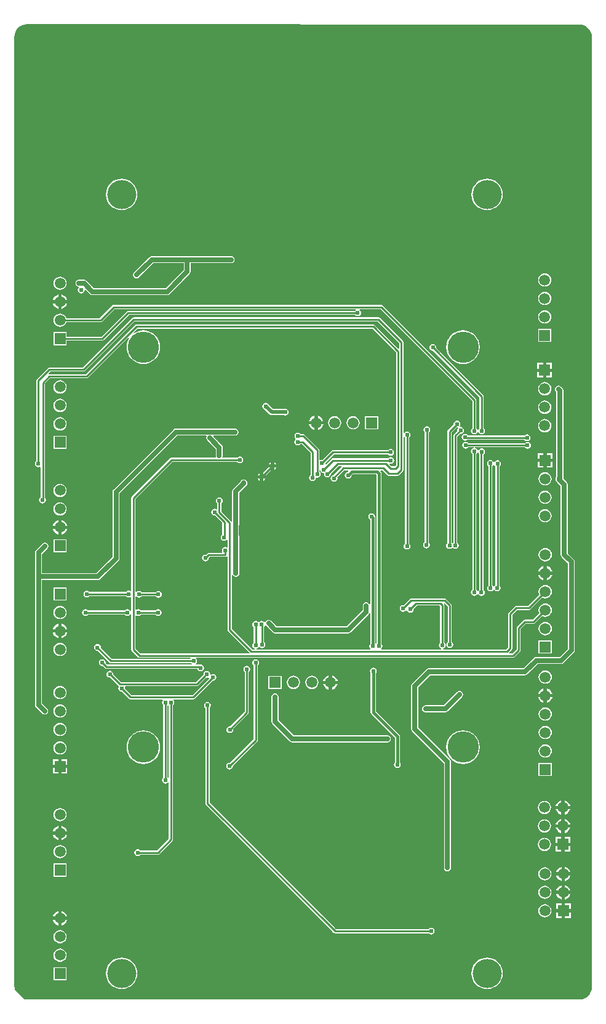
<source format=gbl>
G04 Layer_Physical_Order=2*
G04 Layer_Color=16711680*
%FSLAX24Y24*%
%MOIN*%
G70*
G01*
G75*
%ADD24C,0.0200*%
%ADD25C,0.0150*%
%ADD26C,0.0100*%
%ADD27C,0.0250*%
%ADD30R,0.0591X0.0591*%
%ADD31C,0.0591*%
%ADD32R,0.0591X0.0591*%
%ADD33C,0.1575*%
%ADD34C,0.1693*%
%ADD35C,0.0240*%
G36*
X22037Y58819D02*
X51919Y58809D01*
X51968Y58809D01*
X52017Y58805D01*
X52100Y58796D01*
X52227Y58758D01*
X52344Y58695D01*
X52446Y58611D01*
X52530Y58509D01*
X52593Y58392D01*
X52631Y58265D01*
X52644Y58138D01*
Y6693D01*
X52644Y6692D01*
X52631Y6561D01*
X52593Y6434D01*
X52530Y6318D01*
X52446Y6215D01*
X52344Y6131D01*
X52227Y6069D01*
X52100Y6030D01*
X51970Y6017D01*
X51968Y6018D01*
X22047D01*
X22046Y6017D01*
X21920Y6030D01*
X21384Y6566D01*
X21376Y6645D01*
X21372Y6693D01*
X21363Y6736D01*
X21362Y6738D01*
Y58144D01*
X21362Y58145D01*
X21375Y58275D01*
X21413Y58402D01*
X21475Y58519D01*
X21559Y58621D01*
X21662Y58705D01*
X21779Y58768D01*
X21905Y58806D01*
X22035Y58819D01*
X22037Y58819D01*
D02*
G37*
%LPC*%
G36*
X23740Y19038D02*
X23435D01*
Y18733D01*
X23740D01*
Y19038D01*
D02*
G37*
G36*
X24225D02*
X23920D01*
Y18733D01*
X24225D01*
Y19038D01*
D02*
G37*
G36*
Y18553D02*
X23920D01*
Y18248D01*
X24225D01*
Y18553D01*
D02*
G37*
G36*
X40800Y23984D02*
X40730Y23970D01*
X40670Y23930D01*
X40630Y23870D01*
X40616Y23800D01*
X40630Y23730D01*
X40662Y23682D01*
Y21570D01*
X40673Y21517D01*
X40703Y21473D01*
X41972Y20203D01*
Y18858D01*
X41940Y18810D01*
X41926Y18740D01*
X41940Y18670D01*
X41980Y18610D01*
X42040Y18570D01*
X42110Y18556D01*
X42180Y18570D01*
X42240Y18610D01*
X42280Y18670D01*
X42294Y18740D01*
X42280Y18810D01*
X42248Y18858D01*
Y20260D01*
X42248Y20260D01*
X42237Y20313D01*
X42207Y20357D01*
X40938Y21627D01*
Y23682D01*
X40970Y23730D01*
X40984Y23800D01*
X40970Y23870D01*
X40930Y23930D01*
X40870Y23970D01*
X40800Y23984D01*
D02*
G37*
G36*
X28346Y20596D02*
X28169Y20578D01*
X27998Y20527D01*
X27840Y20442D01*
X27702Y20329D01*
X27589Y20191D01*
X27505Y20034D01*
X27453Y19863D01*
X27436Y19685D01*
X27453Y19507D01*
X27505Y19336D01*
X27589Y19179D01*
X27702Y19041D01*
X27840Y18928D01*
X27998Y18844D01*
X28169Y18792D01*
X28346Y18774D01*
X28524Y18792D01*
X28695Y18844D01*
X28852Y18928D01*
X28991Y19041D01*
X29104Y19179D01*
X29188Y19336D01*
X29240Y19507D01*
X29257Y19685D01*
X29240Y19863D01*
X29188Y20034D01*
X29104Y20191D01*
X28991Y20329D01*
X28852Y20442D01*
X28695Y20527D01*
X28524Y20578D01*
X28346Y20596D01*
D02*
G37*
G36*
X50118Y19839D02*
X50025Y19826D01*
X49939Y19791D01*
X49865Y19734D01*
X49808Y19659D01*
X49772Y19573D01*
X49760Y19480D01*
X49772Y19388D01*
X49808Y19301D01*
X49865Y19227D01*
X49939Y19170D01*
X50025Y19134D01*
X50118Y19122D01*
X50211Y19134D01*
X50297Y19170D01*
X50371Y19227D01*
X50428Y19301D01*
X50464Y19388D01*
X50476Y19480D01*
X50464Y19573D01*
X50428Y19659D01*
X50371Y19734D01*
X50297Y19791D01*
X50211Y19826D01*
X50118Y19839D01*
D02*
G37*
G36*
X23830Y20001D02*
X23737Y19989D01*
X23651Y19953D01*
X23577Y19896D01*
X23520Y19822D01*
X23484Y19736D01*
X23472Y19643D01*
X23484Y19550D01*
X23520Y19464D01*
X23577Y19389D01*
X23651Y19333D01*
X23737Y19297D01*
X23830Y19285D01*
X23923Y19297D01*
X24009Y19333D01*
X24083Y19389D01*
X24140Y19464D01*
X24176Y19550D01*
X24188Y19643D01*
X24176Y19736D01*
X24140Y19822D01*
X24083Y19896D01*
X24009Y19953D01*
X23923Y19989D01*
X23830Y20001D01*
D02*
G37*
G36*
X45669Y20596D02*
X45492Y20578D01*
X45321Y20527D01*
X45163Y20442D01*
X45025Y20329D01*
X44912Y20191D01*
X44828Y20034D01*
X44776Y19863D01*
X44758Y19685D01*
X44776Y19507D01*
X44828Y19336D01*
X44912Y19179D01*
X45025Y19041D01*
X45163Y18928D01*
X45321Y18844D01*
X45492Y18792D01*
X45669Y18774D01*
X45847Y18792D01*
X46018Y18844D01*
X46175Y18928D01*
X46313Y19041D01*
X46427Y19179D01*
X46511Y19336D01*
X46563Y19507D01*
X46580Y19685D01*
X46563Y19863D01*
X46511Y20034D01*
X46427Y20191D01*
X46313Y20329D01*
X46175Y20442D01*
X46018Y20527D01*
X45847Y20578D01*
X45669Y20596D01*
D02*
G37*
G36*
X34430Y24444D02*
X34360Y24430D01*
X34300Y24390D01*
X34260Y24330D01*
X34246Y24260D01*
X34260Y24190D01*
X34300Y24130D01*
X34318Y24118D01*
Y20116D01*
X33041Y18839D01*
X33020Y18844D01*
X32950Y18830D01*
X32890Y18790D01*
X32850Y18730D01*
X32836Y18660D01*
X32850Y18590D01*
X32890Y18530D01*
X32950Y18490D01*
X33020Y18476D01*
X33090Y18490D01*
X33150Y18530D01*
X33190Y18590D01*
X33204Y18660D01*
X33199Y18681D01*
X34509Y19991D01*
X34509Y19991D01*
X34534Y20027D01*
X34542Y20070D01*
X34542Y20070D01*
Y24118D01*
X34560Y24130D01*
X34600Y24190D01*
X34614Y24260D01*
X34600Y24330D01*
X34560Y24390D01*
X34500Y24430D01*
X34430Y24444D01*
D02*
G37*
G36*
X23740Y18553D02*
X23435D01*
Y18248D01*
X23740D01*
Y18553D01*
D02*
G37*
G36*
X23830Y16392D02*
X23737Y16380D01*
X23651Y16344D01*
X23577Y16287D01*
X23520Y16213D01*
X23484Y16126D01*
X23472Y16034D01*
X23484Y15941D01*
X23520Y15854D01*
X23577Y15780D01*
X23651Y15723D01*
X23737Y15687D01*
X23830Y15675D01*
X23923Y15687D01*
X24009Y15723D01*
X24083Y15780D01*
X24140Y15854D01*
X24176Y15941D01*
X24188Y16034D01*
X24176Y16126D01*
X24140Y16213D01*
X24083Y16287D01*
X24009Y16344D01*
X23923Y16380D01*
X23830Y16392D01*
D02*
G37*
G36*
X50990Y16330D02*
X50693D01*
X50695Y16317D01*
X50735Y16221D01*
X50798Y16138D01*
X50881Y16075D01*
X50977Y16035D01*
X50990Y16033D01*
Y16330D01*
D02*
G37*
G36*
Y15807D02*
X50977Y15805D01*
X50881Y15765D01*
X50798Y15702D01*
X50735Y15619D01*
X50695Y15523D01*
X50693Y15510D01*
X50990D01*
Y15807D01*
D02*
G37*
G36*
X51170D02*
Y15510D01*
X51467D01*
X51465Y15523D01*
X51425Y15619D01*
X51362Y15702D01*
X51279Y15765D01*
X51183Y15805D01*
X51170Y15807D01*
D02*
G37*
G36*
X51467Y16330D02*
X51170D01*
Y16033D01*
X51183Y16035D01*
X51279Y16075D01*
X51362Y16138D01*
X51425Y16221D01*
X51465Y16317D01*
X51467Y16330D01*
D02*
G37*
G36*
X51170Y16807D02*
Y16510D01*
X51467D01*
X51465Y16523D01*
X51425Y16619D01*
X51362Y16702D01*
X51279Y16765D01*
X51183Y16805D01*
X51170Y16807D01*
D02*
G37*
G36*
X50473Y18836D02*
X49763D01*
Y18125D01*
X50473D01*
Y18836D01*
D02*
G37*
G36*
X50080Y16778D02*
X49987Y16766D01*
X49901Y16730D01*
X49827Y16673D01*
X49770Y16599D01*
X49734Y16513D01*
X49722Y16420D01*
X49734Y16327D01*
X49770Y16241D01*
X49827Y16167D01*
X49901Y16110D01*
X49987Y16074D01*
X50080Y16062D01*
X50173Y16074D01*
X50259Y16110D01*
X50333Y16167D01*
X50390Y16241D01*
X50426Y16327D01*
X50438Y16420D01*
X50426Y16513D01*
X50390Y16599D01*
X50333Y16673D01*
X50259Y16730D01*
X50173Y16766D01*
X50080Y16778D01*
D02*
G37*
G36*
X50990Y16807D02*
X50977Y16805D01*
X50881Y16765D01*
X50798Y16702D01*
X50735Y16619D01*
X50695Y16523D01*
X50693Y16510D01*
X50990D01*
Y16807D01*
D02*
G37*
G36*
X35480Y22599D02*
X35408Y22585D01*
X35347Y22544D01*
X35306Y22483D01*
X35292Y22410D01*
Y21060D01*
X35306Y20988D01*
X35347Y20927D01*
X35376Y20907D01*
X36287Y19997D01*
X36348Y19956D01*
X36420Y19941D01*
X36425Y19942D01*
X36430Y19941D01*
X41570D01*
X41642Y19956D01*
X41703Y19997D01*
X41744Y20058D01*
X41759Y20130D01*
X41744Y20202D01*
X41703Y20263D01*
X41642Y20304D01*
X41570Y20319D01*
X36498D01*
X35669Y21148D01*
Y22410D01*
X35655Y22483D01*
X35614Y22544D01*
X35552Y22585D01*
X35480Y22599D01*
D02*
G37*
G36*
X38867Y23099D02*
X38570D01*
Y22802D01*
X38584Y22804D01*
X38680Y22844D01*
X38762Y22907D01*
X38826Y22990D01*
X38865Y23086D01*
X38867Y23099D01*
D02*
G37*
G36*
X36480Y23547D02*
X36388Y23535D01*
X36301Y23499D01*
X36227Y23442D01*
X36170Y23368D01*
X36134Y23282D01*
X36122Y23189D01*
X36134Y23096D01*
X36170Y23010D01*
X36227Y22936D01*
X36301Y22879D01*
X36388Y22843D01*
X36480Y22831D01*
X36573Y22843D01*
X36659Y22879D01*
X36734Y22936D01*
X36791Y23010D01*
X36826Y23096D01*
X36839Y23189D01*
X36826Y23282D01*
X36791Y23368D01*
X36734Y23442D01*
X36659Y23499D01*
X36573Y23535D01*
X36480Y23547D01*
D02*
G37*
G36*
X50208Y22867D02*
Y22570D01*
X50505D01*
X50503Y22583D01*
X50463Y22680D01*
X50400Y22762D01*
X50317Y22826D01*
X50221Y22865D01*
X50208Y22867D01*
D02*
G37*
G36*
X38390Y23099D02*
X38093D01*
X38095Y23086D01*
X38135Y22990D01*
X38198Y22907D01*
X38281Y22844D01*
X38377Y22804D01*
X38390Y22802D01*
Y23099D01*
D02*
G37*
G36*
X37480Y23547D02*
X37388Y23535D01*
X37301Y23499D01*
X37227Y23442D01*
X37170Y23368D01*
X37134Y23282D01*
X37122Y23189D01*
X37134Y23096D01*
X37170Y23010D01*
X37227Y22936D01*
X37301Y22879D01*
X37388Y22843D01*
X37480Y22831D01*
X37573Y22843D01*
X37659Y22879D01*
X37734Y22936D01*
X37791Y23010D01*
X37826Y23096D01*
X37839Y23189D01*
X37826Y23282D01*
X37791Y23368D01*
X37734Y23442D01*
X37659Y23499D01*
X37573Y23535D01*
X37480Y23547D01*
D02*
G37*
G36*
X26530Y23824D02*
X26460Y23810D01*
X26400Y23770D01*
X26360Y23710D01*
X26346Y23640D01*
X26360Y23570D01*
X26400Y23510D01*
X26460Y23470D01*
X26530Y23456D01*
X26551Y23461D01*
X26991Y23021D01*
X26991Y23021D01*
X26993Y23019D01*
X27009Y22953D01*
X27000Y22940D01*
X26986Y22870D01*
X27000Y22800D01*
X27040Y22740D01*
X27100Y22700D01*
X27170Y22686D01*
X27191Y22691D01*
X27571Y22311D01*
X27571Y22311D01*
X27607Y22286D01*
X27650Y22278D01*
X27650Y22278D01*
X29392D01*
X29407Y22239D01*
X29409Y22228D01*
X29370Y22170D01*
X29356Y22100D01*
X29370Y22030D01*
X29410Y21970D01*
X29428Y21958D01*
Y18032D01*
X29410Y18020D01*
X29370Y17960D01*
X29356Y17890D01*
X29370Y17820D01*
X29410Y17760D01*
X29470Y17720D01*
X29540Y17706D01*
X29610Y17720D01*
X29670Y17760D01*
X29678Y17772D01*
X29728Y17757D01*
Y14736D01*
X29084Y14092D01*
X28182D01*
X28170Y14110D01*
X28110Y14150D01*
X28040Y14164D01*
X27970Y14150D01*
X27910Y14110D01*
X27870Y14050D01*
X27856Y13980D01*
X27870Y13910D01*
X27910Y13850D01*
X27970Y13810D01*
X28040Y13796D01*
X28110Y13810D01*
X28170Y13850D01*
X28182Y13868D01*
X29130D01*
X29130Y13868D01*
X29173Y13876D01*
X29209Y13901D01*
X29919Y14611D01*
X29919Y14611D01*
X29944Y14647D01*
X29952Y14690D01*
X29952Y14690D01*
Y21948D01*
X29970Y21960D01*
X30010Y22020D01*
X30024Y22090D01*
X30010Y22160D01*
X29970Y22220D01*
X29958Y22228D01*
X29973Y22278D01*
X31050D01*
X31050Y22278D01*
X31093Y22286D01*
X31129Y22311D01*
X32099Y23281D01*
X32120Y23276D01*
X32190Y23290D01*
X32250Y23330D01*
X32290Y23390D01*
X32304Y23460D01*
X32290Y23530D01*
X32250Y23590D01*
X32190Y23630D01*
X32120Y23644D01*
X32050Y23630D01*
X32022Y23611D01*
X32010Y23613D01*
X31970Y23637D01*
X31960Y23690D01*
X31920Y23750D01*
X31860Y23790D01*
X31790Y23804D01*
X31720Y23790D01*
X31660Y23750D01*
X31620Y23690D01*
X31606Y23620D01*
X31607Y23616D01*
X31204Y23212D01*
X27116D01*
X26709Y23619D01*
X26714Y23640D01*
X26700Y23710D01*
X26660Y23770D01*
X26600Y23810D01*
X26530Y23824D01*
D02*
G37*
G36*
X38390Y23576D02*
X38377Y23574D01*
X38281Y23534D01*
X38198Y23471D01*
X38135Y23388D01*
X38095Y23292D01*
X38093Y23279D01*
X38390D01*
Y23576D01*
D02*
G37*
G36*
X35836Y23544D02*
X35125D01*
Y22834D01*
X35836D01*
Y23544D01*
D02*
G37*
G36*
X50118Y23839D02*
X50025Y23826D01*
X49939Y23791D01*
X49865Y23734D01*
X49808Y23659D01*
X49772Y23573D01*
X49760Y23480D01*
X49772Y23388D01*
X49808Y23301D01*
X49865Y23227D01*
X49939Y23170D01*
X50025Y23134D01*
X50118Y23122D01*
X50211Y23134D01*
X50297Y23170D01*
X50371Y23227D01*
X50428Y23301D01*
X50464Y23388D01*
X50476Y23480D01*
X50464Y23573D01*
X50428Y23659D01*
X50371Y23734D01*
X50297Y23791D01*
X50211Y23826D01*
X50118Y23839D01*
D02*
G37*
G36*
X50028Y22867D02*
X50015Y22865D01*
X49919Y22826D01*
X49836Y22762D01*
X49773Y22680D01*
X49733Y22583D01*
X49731Y22570D01*
X50028D01*
Y22867D01*
D02*
G37*
G36*
X33950Y24094D02*
X33880Y24080D01*
X33820Y24040D01*
X33780Y23980D01*
X33766Y23910D01*
X33780Y23840D01*
X33820Y23780D01*
X33838Y23768D01*
Y21606D01*
X33054Y20822D01*
X33033Y20826D01*
X32963Y20812D01*
X32903Y20773D01*
X32863Y20713D01*
X32849Y20643D01*
X32863Y20573D01*
X32903Y20513D01*
X32963Y20473D01*
X33033Y20459D01*
X33103Y20473D01*
X33163Y20513D01*
X33202Y20573D01*
X33216Y20643D01*
X33212Y20664D01*
X34029Y21481D01*
X34054Y21517D01*
X34062Y21560D01*
X34062Y21560D01*
Y23768D01*
X34080Y23780D01*
X34120Y23840D01*
X34134Y23910D01*
X34120Y23980D01*
X34080Y24040D01*
X34020Y24080D01*
X33950Y24094D01*
D02*
G37*
G36*
X50118Y21839D02*
X50025Y21826D01*
X49939Y21791D01*
X49865Y21734D01*
X49808Y21659D01*
X49772Y21573D01*
X49760Y21480D01*
X49772Y21388D01*
X49808Y21301D01*
X49865Y21227D01*
X49939Y21170D01*
X50025Y21134D01*
X50118Y21122D01*
X50211Y21134D01*
X50297Y21170D01*
X50371Y21227D01*
X50428Y21301D01*
X50464Y21388D01*
X50476Y21480D01*
X50464Y21573D01*
X50428Y21659D01*
X50371Y21734D01*
X50297Y21791D01*
X50211Y21826D01*
X50118Y21839D01*
D02*
G37*
G36*
Y20839D02*
X50025Y20826D01*
X49939Y20791D01*
X49865Y20734D01*
X49808Y20659D01*
X49772Y20573D01*
X49760Y20480D01*
X49772Y20388D01*
X49808Y20301D01*
X49865Y20227D01*
X49939Y20170D01*
X50025Y20134D01*
X50118Y20122D01*
X50211Y20134D01*
X50297Y20170D01*
X50371Y20227D01*
X50428Y20301D01*
X50464Y20388D01*
X50476Y20480D01*
X50464Y20573D01*
X50428Y20659D01*
X50371Y20734D01*
X50297Y20791D01*
X50211Y20826D01*
X50118Y20839D01*
D02*
G37*
G36*
X23830Y21001D02*
X23737Y20989D01*
X23651Y20953D01*
X23577Y20896D01*
X23520Y20822D01*
X23484Y20736D01*
X23472Y20643D01*
X23484Y20550D01*
X23520Y20464D01*
X23577Y20389D01*
X23651Y20333D01*
X23737Y20297D01*
X23830Y20285D01*
X23923Y20297D01*
X24009Y20333D01*
X24083Y20389D01*
X24140Y20464D01*
X24176Y20550D01*
X24188Y20643D01*
X24176Y20736D01*
X24140Y20822D01*
X24083Y20896D01*
X24009Y20953D01*
X23923Y20989D01*
X23830Y21001D01*
D02*
G37*
G36*
Y22001D02*
X23737Y21989D01*
X23651Y21953D01*
X23577Y21896D01*
X23520Y21822D01*
X23484Y21736D01*
X23472Y21643D01*
X23484Y21550D01*
X23520Y21464D01*
X23577Y21390D01*
X23651Y21333D01*
X23737Y21297D01*
X23830Y21285D01*
X23923Y21297D01*
X24009Y21333D01*
X24083Y21390D01*
X24140Y21464D01*
X24176Y21550D01*
X24188Y21643D01*
X24176Y21736D01*
X24140Y21822D01*
X24083Y21896D01*
X24009Y21953D01*
X23923Y21989D01*
X23830Y22001D01*
D02*
G37*
G36*
X50505Y22390D02*
X50208D01*
Y22093D01*
X50221Y22095D01*
X50317Y22135D01*
X50400Y22198D01*
X50463Y22281D01*
X50503Y22377D01*
X50505Y22390D01*
D02*
G37*
G36*
X23830Y23001D02*
X23737Y22989D01*
X23651Y22953D01*
X23577Y22896D01*
X23520Y22822D01*
X23484Y22736D01*
X23472Y22643D01*
X23484Y22550D01*
X23520Y22464D01*
X23577Y22390D01*
X23651Y22333D01*
X23737Y22297D01*
X23830Y22285D01*
X23923Y22297D01*
X24009Y22333D01*
X24083Y22390D01*
X24140Y22464D01*
X24176Y22550D01*
X24188Y22643D01*
X24176Y22736D01*
X24140Y22822D01*
X24083Y22896D01*
X24009Y22953D01*
X23923Y22989D01*
X23830Y23001D01*
D02*
G37*
G36*
X45480Y22729D02*
X45408Y22714D01*
X45347Y22673D01*
X44622Y21949D01*
X43630D01*
X43558Y21934D01*
X43497Y21893D01*
X43456Y21832D01*
X43441Y21760D01*
X43456Y21688D01*
X43497Y21627D01*
X43558Y21586D01*
X43630Y21571D01*
X44700D01*
X44772Y21586D01*
X44833Y21627D01*
X45613Y22407D01*
X45654Y22468D01*
X45669Y22540D01*
X45654Y22612D01*
X45613Y22673D01*
X45552Y22714D01*
X45480Y22729D01*
D02*
G37*
G36*
X50028Y22390D02*
X49731D01*
X49733Y22377D01*
X49773Y22281D01*
X49836Y22198D01*
X49919Y22135D01*
X50015Y22095D01*
X50028Y22093D01*
Y22390D01*
D02*
G37*
G36*
X23920Y15420D02*
Y15124D01*
X24217D01*
X24215Y15137D01*
X24175Y15233D01*
X24112Y15316D01*
X24029Y15379D01*
X23933Y15419D01*
X23920Y15420D01*
D02*
G37*
G36*
Y10811D02*
Y10514D01*
X24217D01*
X24215Y10528D01*
X24175Y10624D01*
X24112Y10706D01*
X24029Y10770D01*
X23933Y10809D01*
X23920Y10811D01*
D02*
G37*
G36*
X51012Y11222D02*
X50707D01*
Y10917D01*
X51012D01*
Y11222D01*
D02*
G37*
G36*
X50102Y11185D02*
X50010Y11173D01*
X49923Y11137D01*
X49849Y11080D01*
X49792Y11006D01*
X49756Y10920D01*
X49744Y10827D01*
X49756Y10734D01*
X49792Y10648D01*
X49849Y10573D01*
X49923Y10516D01*
X50010Y10481D01*
X50102Y10468D01*
X50195Y10481D01*
X50282Y10516D01*
X50356Y10573D01*
X50413Y10648D01*
X50448Y10734D01*
X50461Y10827D01*
X50448Y10920D01*
X50413Y11006D01*
X50356Y11080D01*
X50282Y11137D01*
X50195Y11173D01*
X50102Y11185D01*
D02*
G37*
G36*
X23740Y10811D02*
X23727Y10809D01*
X23631Y10770D01*
X23548Y10706D01*
X23485Y10624D01*
X23445Y10528D01*
X23443Y10514D01*
X23740D01*
Y10811D01*
D02*
G37*
G36*
X51498Y11222D02*
X51192D01*
Y10917D01*
X51498D01*
Y11222D01*
D02*
G37*
G36*
X50102Y12185D02*
X50010Y12173D01*
X49923Y12137D01*
X49849Y12080D01*
X49792Y12006D01*
X49756Y11920D01*
X49744Y11827D01*
X49756Y11734D01*
X49792Y11648D01*
X49849Y11573D01*
X49923Y11516D01*
X50010Y11481D01*
X50102Y11468D01*
X50195Y11481D01*
X50282Y11516D01*
X50356Y11573D01*
X50413Y11648D01*
X50448Y11734D01*
X50461Y11827D01*
X50448Y11920D01*
X50413Y12006D01*
X50356Y12080D01*
X50282Y12137D01*
X50195Y12173D01*
X50102Y12185D01*
D02*
G37*
G36*
X51012Y12214D02*
X50999Y12212D01*
X50903Y12172D01*
X50820Y12109D01*
X50757Y12026D01*
X50717Y11930D01*
X50716Y11917D01*
X51012D01*
Y12214D01*
D02*
G37*
G36*
X51489Y11737D02*
X51192D01*
Y11440D01*
X51206Y11442D01*
X51302Y11481D01*
X51384Y11545D01*
X51448Y11627D01*
X51487Y11724D01*
X51489Y11737D01*
D02*
G37*
G36*
X51012D02*
X50716D01*
X50717Y11724D01*
X50757Y11627D01*
X50820Y11545D01*
X50903Y11481D01*
X50999Y11442D01*
X51012Y11440D01*
Y11737D01*
D02*
G37*
G36*
X51498Y10737D02*
X51192D01*
Y10431D01*
X51498D01*
Y10737D01*
D02*
G37*
G36*
X24185Y7780D02*
X23475D01*
Y7069D01*
X24185D01*
Y7780D01*
D02*
G37*
G36*
X23830Y8783D02*
X23737Y8770D01*
X23651Y8735D01*
X23577Y8678D01*
X23520Y8604D01*
X23484Y8517D01*
X23472Y8424D01*
X23484Y8332D01*
X23520Y8245D01*
X23577Y8171D01*
X23651Y8114D01*
X23737Y8078D01*
X23830Y8066D01*
X23923Y8078D01*
X24009Y8114D01*
X24083Y8171D01*
X24140Y8245D01*
X24176Y8332D01*
X24188Y8424D01*
X24176Y8517D01*
X24140Y8604D01*
X24083Y8678D01*
X24009Y8735D01*
X23923Y8770D01*
X23830Y8783D01*
D02*
G37*
G36*
X27165Y8292D02*
X26999Y8276D01*
X26839Y8228D01*
X26692Y8149D01*
X26563Y8043D01*
X26457Y7914D01*
X26379Y7767D01*
X26330Y7607D01*
X26314Y7441D01*
X26330Y7275D01*
X26379Y7115D01*
X26457Y6968D01*
X26563Y6839D01*
X26692Y6733D01*
X26839Y6654D01*
X26999Y6606D01*
X27165Y6589D01*
X27331Y6606D01*
X27491Y6654D01*
X27638Y6733D01*
X27767Y6839D01*
X27873Y6968D01*
X27952Y7115D01*
X28001Y7275D01*
X28017Y7441D01*
X28001Y7607D01*
X27952Y7767D01*
X27873Y7914D01*
X27767Y8043D01*
X27638Y8149D01*
X27491Y8228D01*
X27331Y8276D01*
X27165Y8292D01*
D02*
G37*
G36*
X46968D02*
X46802Y8276D01*
X46643Y8228D01*
X46495Y8149D01*
X46366Y8043D01*
X46261Y7914D01*
X46182Y7767D01*
X46133Y7607D01*
X46117Y7441D01*
X46133Y7275D01*
X46182Y7115D01*
X46261Y6968D01*
X46366Y6839D01*
X46495Y6733D01*
X46643Y6654D01*
X46802Y6606D01*
X46968Y6589D01*
X47135Y6606D01*
X47294Y6654D01*
X47442Y6733D01*
X47571Y6839D01*
X47677Y6968D01*
X47755Y7115D01*
X47804Y7275D01*
X47820Y7441D01*
X47804Y7607D01*
X47755Y7767D01*
X47677Y7914D01*
X47571Y8043D01*
X47442Y8149D01*
X47294Y8228D01*
X47135Y8276D01*
X46968Y8292D01*
D02*
G37*
G36*
X23830Y9783D02*
X23737Y9770D01*
X23651Y9735D01*
X23577Y9678D01*
X23520Y9603D01*
X23484Y9517D01*
X23472Y9424D01*
X23484Y9332D01*
X23520Y9245D01*
X23577Y9171D01*
X23651Y9114D01*
X23737Y9078D01*
X23830Y9066D01*
X23923Y9078D01*
X24009Y9114D01*
X24083Y9171D01*
X24140Y9245D01*
X24176Y9332D01*
X24188Y9424D01*
X24176Y9517D01*
X24140Y9603D01*
X24083Y9678D01*
X24009Y9735D01*
X23923Y9770D01*
X23830Y9783D01*
D02*
G37*
G36*
X24217Y10334D02*
X23920D01*
Y10037D01*
X23933Y10039D01*
X24029Y10079D01*
X24112Y10142D01*
X24175Y10225D01*
X24215Y10321D01*
X24217Y10334D01*
D02*
G37*
G36*
X51012Y10737D02*
X50707D01*
Y10431D01*
X51012D01*
Y10737D01*
D02*
G37*
G36*
X31820Y22134D02*
X31750Y22120D01*
X31690Y22080D01*
X31650Y22020D01*
X31636Y21950D01*
X31650Y21880D01*
X31690Y21820D01*
X31708Y21808D01*
Y16639D01*
X31708Y16639D01*
X31716Y16596D01*
X31741Y16560D01*
X38655Y9645D01*
X38655Y9645D01*
X38691Y9621D01*
X38734Y9612D01*
X43793D01*
X43805Y9595D01*
X43864Y9555D01*
X43934Y9541D01*
X44005Y9555D01*
X44064Y9595D01*
X44104Y9654D01*
X44118Y9724D01*
X44104Y9795D01*
X44064Y9854D01*
X44005Y9894D01*
X43934Y9908D01*
X43864Y9894D01*
X43805Y9854D01*
X43793Y9837D01*
X38781D01*
X31932Y16685D01*
Y21808D01*
X31950Y21820D01*
X31990Y21880D01*
X32004Y21950D01*
X31990Y22020D01*
X31950Y22080D01*
X31890Y22120D01*
X31820Y22134D01*
D02*
G37*
G36*
X23740Y10334D02*
X23443D01*
X23445Y10321D01*
X23485Y10225D01*
X23548Y10142D01*
X23631Y10079D01*
X23727Y10039D01*
X23740Y10037D01*
Y10334D01*
D02*
G37*
G36*
X51192Y12214D02*
Y11917D01*
X51489D01*
X51487Y11930D01*
X51448Y12026D01*
X51384Y12109D01*
X51302Y12172D01*
X51206Y12212D01*
X51192Y12214D01*
D02*
G37*
G36*
X51475Y14815D02*
X51170D01*
Y14510D01*
X51475D01*
Y14815D01*
D02*
G37*
G36*
X23740Y14944D02*
X23443D01*
X23445Y14930D01*
X23485Y14834D01*
X23548Y14752D01*
X23631Y14688D01*
X23727Y14649D01*
X23740Y14647D01*
Y14944D01*
D02*
G37*
G36*
X50080Y14778D02*
X49987Y14766D01*
X49901Y14730D01*
X49827Y14673D01*
X49770Y14599D01*
X49734Y14513D01*
X49722Y14420D01*
X49734Y14327D01*
X49770Y14241D01*
X49827Y14167D01*
X49901Y14110D01*
X49987Y14074D01*
X50080Y14062D01*
X50173Y14074D01*
X50259Y14110D01*
X50333Y14167D01*
X50390Y14241D01*
X50426Y14327D01*
X50438Y14420D01*
X50426Y14513D01*
X50390Y14599D01*
X50333Y14673D01*
X50259Y14730D01*
X50173Y14766D01*
X50080Y14778D01*
D02*
G37*
G36*
X50990Y14815D02*
X50685D01*
Y14510D01*
X50990D01*
Y14815D01*
D02*
G37*
G36*
X24217Y14944D02*
X23920D01*
Y14647D01*
X23933Y14649D01*
X24029Y14688D01*
X24112Y14752D01*
X24175Y14834D01*
X24215Y14930D01*
X24217Y14944D01*
D02*
G37*
G36*
X50080Y15778D02*
X49987Y15766D01*
X49901Y15730D01*
X49827Y15673D01*
X49770Y15599D01*
X49734Y15513D01*
X49722Y15420D01*
X49734Y15327D01*
X49770Y15241D01*
X49827Y15167D01*
X49901Y15110D01*
X49987Y15074D01*
X50080Y15062D01*
X50173Y15074D01*
X50259Y15110D01*
X50333Y15167D01*
X50390Y15241D01*
X50426Y15327D01*
X50438Y15420D01*
X50426Y15513D01*
X50390Y15599D01*
X50333Y15673D01*
X50259Y15730D01*
X50173Y15766D01*
X50080Y15778D01*
D02*
G37*
G36*
X23740Y15420D02*
X23727Y15419D01*
X23631Y15379D01*
X23548Y15316D01*
X23485Y15233D01*
X23445Y15137D01*
X23443Y15124D01*
X23740D01*
Y15420D01*
D02*
G37*
G36*
X50990Y15330D02*
X50693D01*
X50695Y15317D01*
X50735Y15221D01*
X50798Y15138D01*
X50881Y15075D01*
X50977Y15035D01*
X50990Y15033D01*
Y15330D01*
D02*
G37*
G36*
X51467D02*
X51170D01*
Y15033D01*
X51183Y15035D01*
X51279Y15075D01*
X51362Y15138D01*
X51425Y15221D01*
X51465Y15317D01*
X51467Y15330D01*
D02*
G37*
G36*
X51475Y14330D02*
X51170D01*
Y14025D01*
X51475D01*
Y14330D01*
D02*
G37*
G36*
X50102Y13185D02*
X50010Y13173D01*
X49923Y13137D01*
X49849Y13080D01*
X49792Y13006D01*
X49756Y12920D01*
X49744Y12827D01*
X49756Y12734D01*
X49792Y12648D01*
X49849Y12573D01*
X49923Y12516D01*
X50010Y12481D01*
X50102Y12468D01*
X50195Y12481D01*
X50282Y12516D01*
X50356Y12573D01*
X50413Y12648D01*
X50448Y12734D01*
X50461Y12827D01*
X50448Y12920D01*
X50413Y13006D01*
X50356Y13080D01*
X50282Y13137D01*
X50195Y13173D01*
X50102Y13185D01*
D02*
G37*
G36*
X24185Y13389D02*
X23475D01*
Y12678D01*
X24185D01*
Y13389D01*
D02*
G37*
G36*
X51489Y12737D02*
X51192D01*
Y12440D01*
X51206Y12442D01*
X51302Y12481D01*
X51384Y12545D01*
X51448Y12627D01*
X51487Y12724D01*
X51489Y12737D01*
D02*
G37*
G36*
X51012D02*
X50716D01*
X50717Y12724D01*
X50757Y12627D01*
X50820Y12545D01*
X50903Y12481D01*
X50999Y12442D01*
X51012Y12440D01*
Y12737D01*
D02*
G37*
G36*
Y13214D02*
X50999Y13212D01*
X50903Y13172D01*
X50820Y13109D01*
X50757Y13026D01*
X50717Y12930D01*
X50716Y12917D01*
X51012D01*
Y13214D01*
D02*
G37*
G36*
X23830Y14392D02*
X23737Y14380D01*
X23651Y14344D01*
X23577Y14287D01*
X23520Y14213D01*
X23484Y14126D01*
X23472Y14034D01*
X23484Y13941D01*
X23520Y13854D01*
X23577Y13780D01*
X23651Y13723D01*
X23737Y13687D01*
X23830Y13675D01*
X23923Y13687D01*
X24009Y13723D01*
X24083Y13780D01*
X24140Y13854D01*
X24176Y13941D01*
X24188Y14034D01*
X24176Y14126D01*
X24140Y14213D01*
X24083Y14287D01*
X24009Y14344D01*
X23923Y14380D01*
X23830Y14392D01*
D02*
G37*
G36*
X50990Y14330D02*
X50685D01*
Y14025D01*
X50990D01*
Y14330D01*
D02*
G37*
G36*
X51192Y13214D02*
Y12917D01*
X51489D01*
X51487Y12930D01*
X51448Y13026D01*
X51384Y13109D01*
X51302Y13172D01*
X51206Y13212D01*
X51192Y13214D01*
D02*
G37*
G36*
X50830Y39259D02*
X50758Y39244D01*
X50697Y39203D01*
X50656Y39142D01*
X50641Y39070D01*
X50656Y38998D01*
X50697Y38937D01*
X50721Y38912D01*
Y34331D01*
X50720Y34330D01*
X50680Y34270D01*
X50666Y34200D01*
X50680Y34130D01*
X50720Y34070D01*
X50745Y34053D01*
X50777Y34007D01*
X50959Y33824D01*
Y30102D01*
X50973Y30030D01*
X51014Y29969D01*
X51341Y29642D01*
Y25008D01*
X50902Y24569D01*
X49630D01*
X49558Y24554D01*
X49497Y24513D01*
X48932Y23949D01*
X43810D01*
X43738Y23934D01*
X43677Y23893D01*
X42917Y23133D01*
X42876Y23072D01*
X42861Y23000D01*
Y20669D01*
X42876Y20597D01*
X42917Y20535D01*
X44640Y18812D01*
Y13150D01*
X44654Y13078D01*
X44695Y13017D01*
X44756Y12976D01*
X44828Y12961D01*
X44901Y12976D01*
X44962Y13017D01*
X45003Y13078D01*
X45017Y13150D01*
Y18890D01*
X45003Y18963D01*
X44962Y19024D01*
X43239Y20747D01*
Y22922D01*
X43888Y23571D01*
X49010D01*
X49082Y23586D01*
X49143Y23627D01*
X49708Y24191D01*
X50980D01*
X51052Y24206D01*
X51113Y24247D01*
X51663Y24797D01*
X51704Y24858D01*
X51719Y24930D01*
Y29720D01*
X51704Y29792D01*
X51663Y29853D01*
X51336Y30180D01*
Y33902D01*
X51322Y33975D01*
X51281Y34036D01*
X51099Y34218D01*
Y38990D01*
X51084Y39062D01*
X51043Y39123D01*
X50963Y39203D01*
X50902Y39244D01*
X50830Y39259D01*
D02*
G37*
G36*
X38570Y23576D02*
Y23279D01*
X38867D01*
X38865Y23292D01*
X38826Y23388D01*
X38762Y23471D01*
X38680Y23534D01*
X38584Y23574D01*
X38570Y23576D01*
D02*
G37*
G36*
X39710Y37598D02*
X39617Y37586D01*
X39531Y37550D01*
X39457Y37493D01*
X39400Y37419D01*
X39364Y37333D01*
X39352Y37240D01*
X39364Y37147D01*
X39400Y37061D01*
X39457Y36987D01*
X39531Y36930D01*
X39617Y36894D01*
X39710Y36882D01*
X39803Y36894D01*
X39889Y36930D01*
X39963Y36987D01*
X40020Y37061D01*
X40056Y37147D01*
X40068Y37240D01*
X40056Y37333D01*
X40020Y37419D01*
X39963Y37493D01*
X39889Y37550D01*
X39803Y37586D01*
X39710Y37598D01*
D02*
G37*
G36*
X41065Y37595D02*
X40355D01*
Y36885D01*
X41065D01*
Y37595D01*
D02*
G37*
G36*
X38097Y37150D02*
X37800D01*
Y36853D01*
X37813Y36855D01*
X37909Y36895D01*
X37992Y36958D01*
X38055Y37041D01*
X38095Y37137D01*
X38097Y37150D01*
D02*
G37*
G36*
X38710Y37598D02*
X38617Y37586D01*
X38531Y37550D01*
X38457Y37493D01*
X38400Y37419D01*
X38364Y37333D01*
X38352Y37240D01*
X38364Y37147D01*
X38400Y37061D01*
X38457Y36987D01*
X38531Y36930D01*
X38617Y36894D01*
X38710Y36882D01*
X38803Y36894D01*
X38889Y36930D01*
X38963Y36987D01*
X39020Y37061D01*
X39056Y37147D01*
X39068Y37240D01*
X39056Y37333D01*
X39020Y37419D01*
X38963Y37493D01*
X38889Y37550D01*
X38803Y37586D01*
X38710Y37598D01*
D02*
G37*
G36*
X37620Y37627D02*
X37607Y37625D01*
X37511Y37585D01*
X37428Y37522D01*
X37365Y37439D01*
X37325Y37343D01*
X37323Y37330D01*
X37620D01*
Y37627D01*
D02*
G37*
G36*
X50090Y38448D02*
X49997Y38436D01*
X49911Y38400D01*
X49837Y38343D01*
X49780Y38269D01*
X49744Y38183D01*
X49732Y38090D01*
X49744Y37997D01*
X49780Y37911D01*
X49837Y37837D01*
X49911Y37780D01*
X49997Y37744D01*
X50090Y37732D01*
X50183Y37744D01*
X50269Y37780D01*
X50343Y37837D01*
X50400Y37911D01*
X50436Y37997D01*
X50448Y38090D01*
X50436Y38183D01*
X50400Y38269D01*
X50343Y38343D01*
X50269Y38400D01*
X50183Y38436D01*
X50090Y38448D01*
D02*
G37*
G36*
X23830Y38549D02*
X23737Y38537D01*
X23651Y38501D01*
X23577Y38444D01*
X23520Y38370D01*
X23484Y38283D01*
X23472Y38191D01*
X23484Y38098D01*
X23520Y38012D01*
X23577Y37937D01*
X23651Y37880D01*
X23737Y37845D01*
X23830Y37832D01*
X23923Y37845D01*
X24009Y37880D01*
X24083Y37937D01*
X24140Y38012D01*
X24176Y38098D01*
X24188Y38191D01*
X24176Y38283D01*
X24140Y38370D01*
X24083Y38444D01*
X24009Y38501D01*
X23923Y38537D01*
X23830Y38549D01*
D02*
G37*
G36*
X37800Y37627D02*
Y37330D01*
X38097D01*
X38095Y37343D01*
X38055Y37439D01*
X37992Y37522D01*
X37909Y37585D01*
X37813Y37625D01*
X37800Y37627D01*
D02*
G37*
G36*
X34980Y38324D02*
X34910Y38310D01*
X34850Y38270D01*
X34810Y38210D01*
X34796Y38140D01*
X34810Y38070D01*
X34850Y38010D01*
X34910Y37970D01*
X34921Y37968D01*
X35185Y37705D01*
X35238Y37669D01*
X35300Y37657D01*
X35950D01*
X35960Y37650D01*
X36030Y37636D01*
X36100Y37650D01*
X36160Y37690D01*
X36200Y37750D01*
X36214Y37820D01*
X36200Y37890D01*
X36160Y37950D01*
X36100Y37990D01*
X36030Y38004D01*
X35960Y37990D01*
X35950Y37983D01*
X35368D01*
X35152Y38199D01*
X35150Y38210D01*
X35110Y38270D01*
X35050Y38310D01*
X34980Y38324D01*
D02*
G37*
G36*
X37620Y37150D02*
X37323D01*
X37325Y37137D01*
X37365Y37041D01*
X37428Y36958D01*
X37511Y36895D01*
X37607Y36855D01*
X37620Y36853D01*
Y37150D01*
D02*
G37*
G36*
X50505Y35605D02*
X50200D01*
Y35300D01*
X50505D01*
Y35605D01*
D02*
G37*
G36*
X24185Y36546D02*
X23475D01*
Y35835D01*
X24185D01*
Y36546D01*
D02*
G37*
G36*
X35440Y35114D02*
Y35000D01*
X35554D01*
X35509Y35069D01*
X35440Y35114D01*
D02*
G37*
G36*
X50020Y35605D02*
X49715D01*
Y35300D01*
X50020D01*
Y35605D01*
D02*
G37*
G36*
X45780Y36644D02*
X45710Y36630D01*
X45650Y36590D01*
X45610Y36530D01*
X45596Y36460D01*
X45610Y36390D01*
X45650Y36330D01*
X45710Y36290D01*
X45780Y36276D01*
X45850Y36290D01*
X45906Y36328D01*
X48988D01*
X49000Y36310D01*
X49060Y36270D01*
X49107Y36261D01*
X49130Y36256D01*
X49135Y36208D01*
X49090Y36200D01*
X49030Y36160D01*
X49018Y36142D01*
X45945D01*
X45940Y36150D01*
X45880Y36190D01*
X45810Y36204D01*
X45740Y36190D01*
X45680Y36150D01*
X45640Y36090D01*
X45626Y36020D01*
X45640Y35950D01*
X45680Y35890D01*
X45740Y35850D01*
X45810Y35836D01*
X45880Y35850D01*
X45940Y35890D01*
X45958Y35918D01*
X46247D01*
X46251Y35868D01*
X46210Y35860D01*
X46150Y35820D01*
X46110Y35760D01*
X46096Y35690D01*
X46110Y35620D01*
X46150Y35560D01*
X46168Y35548D01*
Y28202D01*
X46150Y28190D01*
X46110Y28130D01*
X46096Y28060D01*
X46110Y27990D01*
X46150Y27930D01*
X46210Y27890D01*
X46280Y27876D01*
X46350Y27890D01*
X46410Y27930D01*
X46442Y27979D01*
X46459Y27983D01*
X46481D01*
X46498Y27979D01*
X46530Y27930D01*
X46590Y27890D01*
X46660Y27876D01*
X46730Y27890D01*
X46790Y27930D01*
X46830Y27990D01*
X46844Y28060D01*
X46830Y28130D01*
X46790Y28190D01*
X46772Y28202D01*
Y35532D01*
X46800Y35550D01*
X46840Y35610D01*
X46854Y35680D01*
X46840Y35750D01*
X46800Y35810D01*
X46740Y35850D01*
X46670Y35864D01*
X46600Y35850D01*
X46540Y35810D01*
X46502Y35753D01*
X46492Y35751D01*
X46451Y35755D01*
X46450Y35760D01*
X46410Y35820D01*
X46350Y35860D01*
X46309Y35868D01*
X46313Y35918D01*
X49018D01*
X49030Y35900D01*
X49090Y35860D01*
X49160Y35846D01*
X49230Y35860D01*
X49290Y35900D01*
X49330Y35960D01*
X49344Y36030D01*
X49330Y36100D01*
X49290Y36160D01*
X49230Y36200D01*
X49183Y36209D01*
X49160Y36214D01*
X49155Y36262D01*
X49200Y36270D01*
X49260Y36310D01*
X49300Y36370D01*
X49314Y36440D01*
X49300Y36510D01*
X49260Y36570D01*
X49200Y36610D01*
X49130Y36624D01*
X49060Y36610D01*
X49000Y36570D01*
X48988Y36552D01*
X45935D01*
X45910Y36590D01*
X45850Y36630D01*
X45780Y36644D01*
D02*
G37*
G36*
X50090Y37448D02*
X49997Y37436D01*
X49911Y37400D01*
X49837Y37343D01*
X49780Y37269D01*
X49744Y37183D01*
X49732Y37090D01*
X49744Y36997D01*
X49780Y36911D01*
X49837Y36837D01*
X49911Y36780D01*
X49997Y36744D01*
X50090Y36732D01*
X50183Y36744D01*
X50269Y36780D01*
X50343Y36837D01*
X50400Y36911D01*
X50436Y36997D01*
X50448Y37090D01*
X50436Y37183D01*
X50400Y37269D01*
X50343Y37343D01*
X50269Y37400D01*
X50183Y37436D01*
X50090Y37448D01*
D02*
G37*
G36*
X23830Y37549D02*
X23737Y37537D01*
X23651Y37501D01*
X23577Y37444D01*
X23520Y37370D01*
X23484Y37283D01*
X23472Y37191D01*
X23484Y37098D01*
X23520Y37012D01*
X23577Y36937D01*
X23651Y36880D01*
X23737Y36845D01*
X23830Y36832D01*
X23923Y36845D01*
X24009Y36880D01*
X24083Y36937D01*
X24140Y37012D01*
X24176Y37098D01*
X24188Y37191D01*
X24176Y37283D01*
X24140Y37370D01*
X24083Y37444D01*
X24009Y37501D01*
X23923Y37537D01*
X23830Y37549D01*
D02*
G37*
G36*
X41250Y43622D02*
X41250Y43622D01*
X26740D01*
X26697Y43614D01*
X26661Y43589D01*
X26661Y43589D01*
X25984Y42912D01*
X24168D01*
X24140Y42979D01*
X24083Y43053D01*
X24009Y43110D01*
X23923Y43146D01*
X23830Y43158D01*
X23737Y43146D01*
X23651Y43110D01*
X23577Y43053D01*
X23520Y42979D01*
X23484Y42893D01*
X23472Y42800D01*
X23484Y42707D01*
X23520Y42621D01*
X23577Y42547D01*
X23651Y42490D01*
X23737Y42454D01*
X23830Y42442D01*
X23923Y42454D01*
X24009Y42490D01*
X24083Y42547D01*
X24140Y42621D01*
X24168Y42688D01*
X26030D01*
X26030Y42688D01*
X26073Y42696D01*
X26109Y42721D01*
X26786Y43398D01*
X39842D01*
X39857Y43348D01*
X39830Y43330D01*
X39818Y43312D01*
X27520D01*
X27520Y43312D01*
X27477Y43304D01*
X27441Y43279D01*
X27441Y43279D01*
X26074Y41912D01*
X24185D01*
Y42155D01*
X23475D01*
Y41445D01*
X24185D01*
Y41688D01*
X26120D01*
X26120Y41688D01*
X26163Y41696D01*
X26199Y41721D01*
X27566Y43088D01*
X39818D01*
X39830Y43070D01*
X39890Y43030D01*
X39960Y43016D01*
X40030Y43030D01*
X40090Y43070D01*
X40130Y43130D01*
X40144Y43200D01*
X40130Y43270D01*
X40090Y43330D01*
X40063Y43348D01*
X40078Y43398D01*
X41204D01*
X46168Y38434D01*
Y36942D01*
X46150Y36930D01*
X46110Y36870D01*
X46096Y36800D01*
X46110Y36730D01*
X46150Y36670D01*
X46210Y36630D01*
X46280Y36616D01*
X46350Y36630D01*
X46410Y36670D01*
X46449Y36730D01*
X46450Y36730D01*
X46500D01*
X46501Y36730D01*
X46540Y36670D01*
X46600Y36630D01*
X46670Y36616D01*
X46740Y36630D01*
X46800Y36670D01*
X46840Y36730D01*
X46854Y36800D01*
X46840Y36870D01*
X46800Y36930D01*
X46782Y36942D01*
Y38680D01*
X46782Y38680D01*
X46774Y38723D01*
X46749Y38759D01*
X46749Y38759D01*
X44209Y41299D01*
X44214Y41320D01*
X44200Y41390D01*
X44160Y41450D01*
X44100Y41490D01*
X44030Y41504D01*
X43960Y41490D01*
X43900Y41450D01*
X43860Y41390D01*
X43846Y41320D01*
X43860Y41250D01*
X43900Y41190D01*
X43960Y41150D01*
X44030Y41136D01*
X44051Y41141D01*
X46558Y38634D01*
Y36942D01*
X46540Y36930D01*
X46501Y36870D01*
X46500Y36870D01*
X46450D01*
X46449Y36870D01*
X46410Y36930D01*
X46392Y36942D01*
Y38480D01*
X46384Y38523D01*
X46359Y38559D01*
X46359Y38559D01*
X41329Y43589D01*
X41293Y43614D01*
X41250Y43622D01*
D02*
G37*
G36*
X45340Y37364D02*
X45270Y37350D01*
X45210Y37310D01*
X45170Y37250D01*
X45156Y37180D01*
X45161Y37159D01*
X44851Y36849D01*
X44826Y36813D01*
X44818Y36770D01*
X44818Y36770D01*
Y30752D01*
X44800Y30740D01*
X44760Y30680D01*
X44746Y30610D01*
X44760Y30540D01*
X44800Y30480D01*
X44860Y30440D01*
X44930Y30426D01*
X45000Y30440D01*
X45060Y30480D01*
X45065Y30488D01*
X45115D01*
X45120Y30480D01*
X45180Y30440D01*
X45250Y30426D01*
X45320Y30440D01*
X45380Y30480D01*
X45420Y30540D01*
X45434Y30610D01*
X45420Y30680D01*
X45380Y30740D01*
X45362Y30752D01*
Y36504D01*
X45509Y36651D01*
X45530Y36646D01*
X45600Y36660D01*
X45660Y36700D01*
X45700Y36760D01*
X45714Y36830D01*
X45700Y36900D01*
X45660Y36960D01*
X45600Y37000D01*
X45530Y37014D01*
X45494Y37006D01*
X45475Y37042D01*
X45472Y37053D01*
X45510Y37110D01*
X45524Y37180D01*
X45510Y37250D01*
X45470Y37310D01*
X45410Y37350D01*
X45340Y37364D01*
D02*
G37*
G36*
X50090Y39448D02*
X49997Y39436D01*
X49911Y39400D01*
X49837Y39343D01*
X49780Y39269D01*
X49744Y39183D01*
X49732Y39090D01*
X49744Y38997D01*
X49780Y38911D01*
X49837Y38837D01*
X49911Y38780D01*
X49997Y38744D01*
X50090Y38732D01*
X50183Y38744D01*
X50269Y38780D01*
X50343Y38837D01*
X50400Y38911D01*
X50436Y38997D01*
X50448Y39090D01*
X50436Y39183D01*
X50400Y39269D01*
X50343Y39343D01*
X50269Y39400D01*
X50183Y39436D01*
X50090Y39448D01*
D02*
G37*
G36*
X23740Y44187D02*
X23727Y44185D01*
X23631Y44145D01*
X23548Y44082D01*
X23485Y43999D01*
X23445Y43903D01*
X23443Y43890D01*
X23740D01*
Y44187D01*
D02*
G37*
G36*
X23920D02*
Y43890D01*
X24217D01*
X24215Y43903D01*
X24175Y43999D01*
X24112Y44082D01*
X24029Y44145D01*
X23933Y44185D01*
X23920Y44187D01*
D02*
G37*
G36*
X24217Y43710D02*
X23920D01*
Y43413D01*
X23933Y43415D01*
X24029Y43455D01*
X24112Y43518D01*
X24175Y43601D01*
X24215Y43697D01*
X24217Y43710D01*
D02*
G37*
G36*
X50090Y44338D02*
X49997Y44326D01*
X49911Y44290D01*
X49837Y44233D01*
X49780Y44159D01*
X49744Y44073D01*
X49732Y43980D01*
X49744Y43887D01*
X49780Y43801D01*
X49837Y43727D01*
X49911Y43670D01*
X49997Y43634D01*
X50090Y43622D01*
X50183Y43634D01*
X50269Y43670D01*
X50343Y43727D01*
X50400Y43801D01*
X50436Y43887D01*
X50448Y43980D01*
X50436Y44073D01*
X50400Y44159D01*
X50343Y44233D01*
X50269Y44290D01*
X50183Y44326D01*
X50090Y44338D01*
D02*
G37*
G36*
X23830Y45158D02*
X23737Y45146D01*
X23651Y45110D01*
X23577Y45053D01*
X23520Y44979D01*
X23484Y44893D01*
X23472Y44800D01*
X23484Y44707D01*
X23520Y44621D01*
X23577Y44547D01*
X23651Y44490D01*
X23737Y44454D01*
X23830Y44442D01*
X23923Y44454D01*
X24009Y44490D01*
X24083Y44547D01*
X24140Y44621D01*
X24176Y44707D01*
X24188Y44800D01*
X24176Y44893D01*
X24140Y44979D01*
X24083Y45053D01*
X24009Y45110D01*
X23923Y45146D01*
X23830Y45158D01*
D02*
G37*
G36*
X27165Y50458D02*
X26999Y50441D01*
X26839Y50393D01*
X26692Y50314D01*
X26563Y50208D01*
X26457Y50079D01*
X26379Y49932D01*
X26330Y49772D01*
X26314Y49606D01*
X26330Y49440D01*
X26379Y49280D01*
X26457Y49133D01*
X26563Y49004D01*
X26692Y48898D01*
X26839Y48820D01*
X26999Y48771D01*
X27165Y48755D01*
X27331Y48771D01*
X27491Y48820D01*
X27638Y48898D01*
X27767Y49004D01*
X27873Y49133D01*
X27952Y49280D01*
X28001Y49440D01*
X28017Y49606D01*
X28001Y49772D01*
X27952Y49932D01*
X27873Y50079D01*
X27767Y50208D01*
X27638Y50314D01*
X27491Y50393D01*
X27331Y50441D01*
X27165Y50458D01*
D02*
G37*
G36*
X46968Y50458D02*
X46802Y50441D01*
X46643Y50393D01*
X46495Y50314D01*
X46366Y50208D01*
X46261Y50079D01*
X46182Y49932D01*
X46133Y49772D01*
X46117Y49606D01*
X46133Y49440D01*
X46182Y49280D01*
X46261Y49133D01*
X46366Y49004D01*
X46495Y48898D01*
X46643Y48820D01*
X46802Y48771D01*
X46968Y48755D01*
X47135Y48771D01*
X47294Y48820D01*
X47442Y48898D01*
X47571Y49004D01*
X47677Y49133D01*
X47755Y49280D01*
X47804Y49440D01*
X47820Y49606D01*
X47804Y49772D01*
X47755Y49932D01*
X47677Y50079D01*
X47571Y50208D01*
X47442Y50314D01*
X47294Y50393D01*
X47135Y50441D01*
X46968Y50458D01*
D02*
G37*
G36*
X33100Y46269D02*
X28810D01*
X28738Y46254D01*
X28677Y46213D01*
X27847Y45383D01*
X27806Y45322D01*
X27791Y45250D01*
X27806Y45178D01*
X27847Y45117D01*
X27908Y45076D01*
X27980Y45061D01*
X28052Y45076D01*
X28113Y45117D01*
X28888Y45891D01*
X30531D01*
Y45498D01*
X29562Y44529D01*
X25668D01*
X25263Y44933D01*
X25202Y44974D01*
X25130Y44989D01*
X24860D01*
X24788Y44974D01*
X24727Y44933D01*
X24686Y44872D01*
X24671Y44800D01*
X24686Y44728D01*
X24727Y44667D01*
X24788Y44626D01*
X24854Y44613D01*
X24862Y44597D01*
X24868Y44561D01*
X24850Y44550D01*
X24810Y44490D01*
X24796Y44420D01*
X24810Y44350D01*
X24850Y44290D01*
X24910Y44250D01*
X24980Y44236D01*
X25050Y44250D01*
X25110Y44290D01*
X25150Y44350D01*
X25164Y44420D01*
X25161Y44431D01*
X25207Y44456D01*
X25457Y44207D01*
X25518Y44166D01*
X25590Y44151D01*
X29640D01*
X29712Y44166D01*
X29773Y44207D01*
X30853Y45287D01*
X30894Y45348D01*
X30909Y45420D01*
Y45891D01*
X33100D01*
X33172Y45906D01*
X33233Y45947D01*
X33274Y46008D01*
X33289Y46080D01*
X33274Y46152D01*
X33233Y46213D01*
X33172Y46254D01*
X33100Y46269D01*
D02*
G37*
G36*
X50090Y45338D02*
X49997Y45326D01*
X49911Y45290D01*
X49837Y45233D01*
X49780Y45159D01*
X49744Y45073D01*
X49732Y44980D01*
X49744Y44887D01*
X49780Y44801D01*
X49837Y44727D01*
X49911Y44670D01*
X49997Y44634D01*
X50090Y44622D01*
X50183Y44634D01*
X50269Y44670D01*
X50343Y44727D01*
X50400Y44801D01*
X50436Y44887D01*
X50448Y44980D01*
X50436Y45073D01*
X50400Y45159D01*
X50343Y45233D01*
X50269Y45290D01*
X50183Y45326D01*
X50090Y45338D01*
D02*
G37*
G36*
X23740Y43710D02*
X23443D01*
X23445Y43697D01*
X23485Y43601D01*
X23548Y43518D01*
X23631Y43455D01*
X23727Y43415D01*
X23740Y43413D01*
Y43710D01*
D02*
G37*
G36*
X50485Y40000D02*
X50180D01*
Y39695D01*
X50485D01*
Y40000D01*
D02*
G37*
G36*
X50000Y40485D02*
X49695D01*
Y40180D01*
X50000D01*
Y40485D01*
D02*
G37*
G36*
X23830Y39549D02*
X23737Y39537D01*
X23651Y39501D01*
X23577Y39444D01*
X23520Y39370D01*
X23484Y39283D01*
X23472Y39191D01*
X23484Y39098D01*
X23520Y39012D01*
X23577Y38937D01*
X23651Y38880D01*
X23737Y38845D01*
X23830Y38832D01*
X23923Y38845D01*
X24009Y38880D01*
X24083Y38937D01*
X24140Y39012D01*
X24176Y39098D01*
X24188Y39191D01*
X24176Y39283D01*
X24140Y39370D01*
X24083Y39444D01*
X24009Y39501D01*
X23923Y39537D01*
X23830Y39549D01*
D02*
G37*
G36*
X50000Y40000D02*
X49695D01*
Y39695D01*
X50000D01*
Y40000D01*
D02*
G37*
G36*
X50485Y40485D02*
X50180D01*
Y40180D01*
X50485D01*
Y40485D01*
D02*
G37*
G36*
X50090Y43338D02*
X49997Y43326D01*
X49911Y43290D01*
X49837Y43233D01*
X49780Y43159D01*
X49744Y43073D01*
X49732Y42980D01*
X49744Y42887D01*
X49780Y42801D01*
X49837Y42727D01*
X49911Y42670D01*
X49997Y42634D01*
X50090Y42622D01*
X50183Y42634D01*
X50269Y42670D01*
X50343Y42727D01*
X50400Y42801D01*
X50436Y42887D01*
X50448Y42980D01*
X50436Y43073D01*
X50400Y43159D01*
X50343Y43233D01*
X50269Y43290D01*
X50183Y43326D01*
X50090Y43338D01*
D02*
G37*
G36*
X41090Y42952D02*
X41090Y42952D01*
X27810D01*
X27810Y42952D01*
X27767Y42944D01*
X27731Y42919D01*
X27731Y42919D01*
X25054Y40242D01*
X23260D01*
X23217Y40234D01*
X23181Y40209D01*
X23181Y40209D01*
X22571Y39599D01*
X22546Y39563D01*
X22538Y39520D01*
X22538Y39520D01*
Y35162D01*
X22520Y35150D01*
X22480Y35090D01*
X22466Y35020D01*
X22480Y34950D01*
X22520Y34890D01*
X22580Y34850D01*
X22650Y34836D01*
X22720Y34850D01*
X22738Y34862D01*
X22788Y34835D01*
Y33215D01*
X22750Y33190D01*
X22710Y33130D01*
X22696Y33060D01*
X22710Y32990D01*
X22750Y32930D01*
X22810Y32890D01*
X22880Y32876D01*
X22950Y32890D01*
X23010Y32930D01*
X23050Y32990D01*
X23064Y33060D01*
X23050Y33130D01*
X23012Y33186D01*
Y39364D01*
X23296Y39648D01*
X25280D01*
X25280Y39648D01*
X25323Y39656D01*
X25359Y39681D01*
X27543Y41864D01*
X27584Y41834D01*
X27505Y41687D01*
X27453Y41516D01*
X27436Y41339D01*
X27453Y41161D01*
X27505Y40990D01*
X27589Y40833D01*
X27702Y40695D01*
X27840Y40581D01*
X27998Y40497D01*
X28169Y40445D01*
X28346Y40428D01*
X28524Y40445D01*
X28695Y40497D01*
X28852Y40581D01*
X28991Y40695D01*
X29104Y40833D01*
X29188Y40990D01*
X29240Y41161D01*
X29257Y41339D01*
X29240Y41516D01*
X29188Y41687D01*
X29104Y41845D01*
X28991Y41983D01*
X28852Y42096D01*
X28695Y42180D01*
X28524Y42232D01*
X28346Y42249D01*
X28169Y42232D01*
X27998Y42180D01*
X27851Y42101D01*
X27821Y42142D01*
X28016Y42338D01*
X40764D01*
X42038Y41064D01*
Y34946D01*
X41974Y34882D01*
X41776D01*
X41662Y34997D01*
X41662Y34998D01*
X41691Y35038D01*
X41750Y35026D01*
X41820Y35040D01*
X41880Y35080D01*
X41920Y35140D01*
X41934Y35210D01*
X41920Y35280D01*
X41880Y35340D01*
X41820Y35380D01*
X41750Y35394D01*
X41680Y35380D01*
X41620Y35340D01*
X41608Y35322D01*
X38620D01*
X38620Y35322D01*
X38577Y35314D01*
X38541Y35289D01*
X38243Y34991D01*
X38197Y35016D01*
X38204Y35050D01*
X38199Y35071D01*
X38666Y35538D01*
X41598D01*
X41610Y35520D01*
X41670Y35480D01*
X41740Y35466D01*
X41810Y35480D01*
X41870Y35520D01*
X41910Y35580D01*
X41924Y35650D01*
X41910Y35720D01*
X41870Y35780D01*
X41810Y35820D01*
X41740Y35834D01*
X41670Y35820D01*
X41610Y35780D01*
X41598Y35762D01*
X38620D01*
X38620Y35762D01*
X38577Y35754D01*
X38541Y35729D01*
X38541Y35729D01*
X38041Y35229D01*
X38020Y35234D01*
X37950Y35220D01*
X37932Y35208D01*
X37882Y35235D01*
Y35750D01*
X37874Y35793D01*
X37849Y35829D01*
X37849Y35829D01*
X37079Y36599D01*
X37043Y36624D01*
X37000Y36632D01*
X37000Y36632D01*
X36862D01*
X36850Y36650D01*
X36790Y36690D01*
X36720Y36704D01*
X36650Y36690D01*
X36590Y36650D01*
X36550Y36590D01*
X36536Y36520D01*
X36550Y36450D01*
X36584Y36399D01*
X36590Y36343D01*
X36570Y36330D01*
X36530Y36270D01*
X36516Y36200D01*
X36530Y36130D01*
X36570Y36070D01*
X36630Y36030D01*
X36700Y36016D01*
X36770Y36030D01*
X36830Y36070D01*
X36842Y36088D01*
X36934D01*
X37398Y35624D01*
Y34412D01*
X37380Y34400D01*
X37340Y34340D01*
X37326Y34270D01*
X37340Y34200D01*
X37380Y34140D01*
X37440Y34100D01*
X37510Y34086D01*
X37580Y34100D01*
X37640Y34140D01*
X37680Y34200D01*
X37689Y34246D01*
X37695Y34270D01*
X37742Y34282D01*
X37770Y34276D01*
X37840Y34290D01*
X37900Y34330D01*
X37940Y34390D01*
X37954Y34460D01*
X37940Y34530D01*
X37900Y34590D01*
X37882Y34602D01*
Y34667D01*
X37932Y34671D01*
X37940Y34630D01*
X37980Y34570D01*
X38040Y34530D01*
X38110Y34516D01*
X38140Y34487D01*
X38136Y34470D01*
X38150Y34400D01*
X38190Y34340D01*
X38250Y34300D01*
X38320Y34286D01*
X38390Y34300D01*
X38450Y34340D01*
X38490Y34400D01*
X38504Y34470D01*
X38499Y34491D01*
X38916Y34908D01*
X39081D01*
X39085Y34903D01*
X39099Y34858D01*
X38661Y34420D01*
X38610Y34410D01*
X38550Y34370D01*
X38510Y34310D01*
X38496Y34240D01*
X38510Y34170D01*
X38550Y34110D01*
X38610Y34070D01*
X38680Y34056D01*
X38750Y34070D01*
X38810Y34110D01*
X38850Y34170D01*
X38864Y34240D01*
X38853Y34294D01*
X39236Y34678D01*
X39458D01*
X39477Y34632D01*
X39426Y34581D01*
X39370Y34570D01*
X39310Y34530D01*
X39270Y34470D01*
X39256Y34400D01*
X39270Y34330D01*
X39310Y34270D01*
X39370Y34230D01*
X39440Y34216D01*
X39510Y34230D01*
X39570Y34270D01*
X39610Y34330D01*
X39621Y34386D01*
X39702Y34467D01*
X40958D01*
X40982Y34443D01*
Y25324D01*
X40932Y25303D01*
X40918Y25317D01*
Y32090D01*
X40918Y32090D01*
X40907Y32143D01*
X40900Y32154D01*
X40886Y32224D01*
X40846Y32284D01*
X40786Y32323D01*
X40716Y32337D01*
X40646Y32323D01*
X40586Y32284D01*
X40547Y32224D01*
X40533Y32154D01*
X40547Y32084D01*
X40586Y32024D01*
X40642Y31987D01*
Y27439D01*
X40596Y27414D01*
X40592Y27415D01*
X40553Y27473D01*
X40492Y27514D01*
X40420Y27529D01*
X40348Y27514D01*
X40287Y27473D01*
X40246Y27412D01*
X40231Y27340D01*
Y27090D01*
X39360Y26219D01*
X35568D01*
X35263Y26523D01*
X35202Y26564D01*
X35130Y26579D01*
X35058Y26564D01*
X34997Y26523D01*
X34956Y26462D01*
X34956Y26461D01*
X34902Y26451D01*
X34890Y26470D01*
X34830Y26510D01*
X34760Y26524D01*
X34690Y26510D01*
X34630Y26470D01*
X34617Y26449D01*
X34567D01*
X34560Y26460D01*
X34500Y26500D01*
X34430Y26514D01*
X34360Y26500D01*
X34300Y26460D01*
X34260Y26400D01*
X34246Y26330D01*
X34260Y26260D01*
X34300Y26200D01*
X34318Y26188D01*
Y25342D01*
X34300Y25330D01*
X34260Y25270D01*
X34246Y25200D01*
X34260Y25130D01*
X34300Y25070D01*
X34360Y25030D01*
X34376Y25027D01*
X34371Y24977D01*
X34241D01*
X33132Y26086D01*
Y29041D01*
X33182Y29046D01*
X33186Y29028D01*
X33227Y28967D01*
X33288Y28926D01*
X33360Y28911D01*
X33432Y28926D01*
X33493Y28967D01*
X33534Y29028D01*
X33549Y29100D01*
Y31070D01*
X33534Y31142D01*
X33523Y31159D01*
Y31688D01*
X33534Y31740D01*
Y33437D01*
X33923Y33827D01*
X33964Y33888D01*
X33979Y33960D01*
Y33990D01*
X33964Y34062D01*
X33923Y34123D01*
X33862Y34164D01*
X33790Y34179D01*
X33718Y34164D01*
X33657Y34123D01*
X33616Y34062D01*
X33613Y34050D01*
X33212Y33648D01*
X33171Y33587D01*
X33156Y33515D01*
Y31910D01*
X33106Y31895D01*
X33099Y31906D01*
X33099Y31906D01*
X32572Y32433D01*
Y32878D01*
X32590Y32890D01*
X32630Y32950D01*
X32644Y33020D01*
X32630Y33090D01*
X32590Y33150D01*
X32530Y33190D01*
X32460Y33204D01*
X32390Y33190D01*
X32330Y33150D01*
X32290Y33090D01*
X32276Y33020D01*
X32290Y32950D01*
X32330Y32890D01*
X32348Y32878D01*
Y32595D01*
X32298Y32568D01*
X32280Y32580D01*
X32210Y32594D01*
X32140Y32580D01*
X32080Y32540D01*
X32040Y32480D01*
X32026Y32410D01*
X32040Y32340D01*
X32080Y32280D01*
X32140Y32240D01*
X32210Y32226D01*
X32231Y32231D01*
X32628Y31834D01*
Y31195D01*
X32590Y31170D01*
X32550Y31110D01*
X32536Y31040D01*
X32550Y30970D01*
X32590Y30910D01*
X32650Y30870D01*
X32720Y30856D01*
X32790Y30870D01*
X32850Y30910D01*
X32858Y30922D01*
X32908Y30907D01*
Y30535D01*
X32867Y30509D01*
X32858Y30510D01*
X32790Y30524D01*
X32720Y30510D01*
X32660Y30470D01*
X32620Y30410D01*
X32606Y30340D01*
X32620Y30270D01*
X32629Y30256D01*
X32606Y30212D01*
X31890D01*
X31847Y30204D01*
X31811Y30179D01*
X31811Y30179D01*
X31731Y30099D01*
X31710Y30104D01*
X31640Y30090D01*
X31580Y30050D01*
X31540Y29990D01*
X31526Y29920D01*
X31540Y29850D01*
X31580Y29790D01*
X31640Y29750D01*
X31710Y29736D01*
X31780Y29750D01*
X31840Y29790D01*
X31880Y29850D01*
X31894Y29920D01*
X31889Y29941D01*
X31936Y29988D01*
X32790D01*
X32833Y29996D01*
X32858Y30013D01*
X32897Y29999D01*
X32908Y29991D01*
Y26040D01*
X32908Y26040D01*
X32916Y25997D01*
X32941Y25961D01*
X34099Y24802D01*
X34079Y24752D01*
X28176D01*
X27920Y25009D01*
Y26794D01*
X27970Y26821D01*
X28000Y26800D01*
X28070Y26786D01*
X28140Y26800D01*
X28200Y26840D01*
X28212Y26858D01*
X29008D01*
X29020Y26840D01*
X29080Y26800D01*
X29150Y26786D01*
X29220Y26800D01*
X29280Y26840D01*
X29320Y26900D01*
X29334Y26970D01*
X29320Y27040D01*
X29280Y27100D01*
X29220Y27140D01*
X29150Y27154D01*
X29080Y27140D01*
X29020Y27100D01*
X29008Y27082D01*
X28212D01*
X28200Y27100D01*
X28140Y27140D01*
X28070Y27154D01*
X28000Y27140D01*
X27970Y27119D01*
X27920Y27146D01*
Y27816D01*
X27970Y27831D01*
X27970Y27830D01*
X28030Y27790D01*
X28100Y27776D01*
X28170Y27790D01*
X28230Y27830D01*
X28242Y27848D01*
X29018D01*
X29030Y27830D01*
X29090Y27790D01*
X29160Y27776D01*
X29230Y27790D01*
X29290Y27830D01*
X29330Y27890D01*
X29344Y27960D01*
X29330Y28030D01*
X29290Y28090D01*
X29230Y28130D01*
X29160Y28144D01*
X29090Y28130D01*
X29030Y28090D01*
X29018Y28072D01*
X28242D01*
X28230Y28090D01*
X28170Y28130D01*
X28100Y28144D01*
X28030Y28130D01*
X27970Y28090D01*
X27970Y28089D01*
X27920Y28104D01*
Y33131D01*
X29916Y35128D01*
X33428D01*
X33440Y35110D01*
X33500Y35070D01*
X33570Y35056D01*
X33640Y35070D01*
X33700Y35110D01*
X33740Y35170D01*
X33754Y35240D01*
X33740Y35310D01*
X33700Y35370D01*
X33640Y35410D01*
X33570Y35424D01*
X33500Y35410D01*
X33440Y35370D01*
X33428Y35352D01*
X32650D01*
X32627Y35396D01*
X32634Y35408D01*
X32649Y35480D01*
Y35910D01*
X32634Y35982D01*
X32593Y36043D01*
X32132Y36505D01*
X32151Y36551D01*
X33320D01*
X33392Y36566D01*
X33453Y36607D01*
X33494Y36668D01*
X33509Y36740D01*
X33494Y36812D01*
X33453Y36873D01*
X33392Y36914D01*
X33320Y36929D01*
X30100D01*
X30028Y36914D01*
X29967Y36873D01*
X26737Y33643D01*
X26696Y33582D01*
X26681Y33510D01*
Y29988D01*
X25802Y29109D01*
X22856D01*
Y30139D01*
X23153Y30437D01*
X23194Y30498D01*
X23209Y30570D01*
X23194Y30642D01*
X23153Y30703D01*
X23092Y30744D01*
X23020Y30759D01*
X22948Y30744D01*
X22887Y30703D01*
X22534Y30350D01*
X22493Y30289D01*
X22478Y30217D01*
Y28920D01*
Y21973D01*
X22493Y21901D01*
X22534Y21840D01*
X22864Y21510D01*
X22925Y21469D01*
X22997Y21454D01*
X23069Y21469D01*
X23130Y21510D01*
X23171Y21571D01*
X23186Y21643D01*
X23171Y21715D01*
X23130Y21776D01*
X22856Y22051D01*
Y28731D01*
X25880D01*
X25952Y28746D01*
X26013Y28787D01*
X27003Y29777D01*
X27044Y29838D01*
X27059Y29910D01*
Y33432D01*
X30178Y36551D01*
X31746D01*
X31769Y36507D01*
X31766Y36502D01*
X31751Y36430D01*
X31766Y36358D01*
X31807Y36297D01*
X32271Y35832D01*
Y35480D01*
X32286Y35408D01*
X32293Y35396D01*
X32270Y35352D01*
X29870D01*
X29827Y35344D01*
X29791Y35319D01*
X29791Y35319D01*
X27728Y33257D01*
X27704Y33220D01*
X27695Y33177D01*
X27695Y33177D01*
Y28159D01*
X27645Y28133D01*
X27620Y28150D01*
X27550Y28164D01*
X27480Y28150D01*
X27420Y28110D01*
X27403Y28084D01*
X25429D01*
X25418Y28102D01*
X25358Y28142D01*
X25288Y28156D01*
X25218Y28142D01*
X25158Y28102D01*
X25118Y28042D01*
X25104Y27972D01*
X25118Y27902D01*
X25158Y27842D01*
X25218Y27803D01*
X25288Y27789D01*
X25358Y27803D01*
X25418Y27842D01*
X25429Y27860D01*
X27414D01*
X27420Y27850D01*
X27480Y27810D01*
X27550Y27796D01*
X27620Y27810D01*
X27645Y27827D01*
X27695Y27801D01*
Y27029D01*
X27645Y27024D01*
X27642Y27042D01*
X27602Y27102D01*
X27542Y27142D01*
X27472Y27156D01*
X27402Y27142D01*
X27342Y27102D01*
X27331Y27084D01*
X25344D01*
X25332Y27102D01*
X25272Y27142D01*
X25202Y27156D01*
X25132Y27142D01*
X25072Y27102D01*
X25033Y27042D01*
X25019Y26972D01*
X25033Y26902D01*
X25072Y26842D01*
X25132Y26803D01*
X25202Y26789D01*
X25272Y26803D01*
X25332Y26842D01*
X25344Y26860D01*
X27331D01*
X27342Y26842D01*
X27402Y26803D01*
X27472Y26789D01*
X27542Y26803D01*
X27602Y26842D01*
X27642Y26902D01*
X27645Y26920D01*
X27695Y26915D01*
Y24963D01*
X27695Y24962D01*
X27704Y24920D01*
X27728Y24883D01*
X28051Y24561D01*
X28051Y24561D01*
X28087Y24536D01*
X28130Y24528D01*
X28130Y24528D01*
X30879D01*
X30908Y24478D01*
X30902Y24467D01*
X30894Y24462D01*
X26636D01*
X26039Y25059D01*
X26044Y25080D01*
X26030Y25150D01*
X25990Y25210D01*
X25930Y25250D01*
X25860Y25264D01*
X25790Y25250D01*
X25730Y25210D01*
X25690Y25150D01*
X25676Y25080D01*
X25690Y25010D01*
X25730Y24950D01*
X25790Y24910D01*
X25860Y24896D01*
X25881Y24901D01*
X26511Y24271D01*
X26511Y24271D01*
X26547Y24246D01*
X26590Y24238D01*
X26590Y24238D01*
X30928D01*
X30940Y24220D01*
X30967Y24202D01*
X30952Y24152D01*
X26386D01*
X26299Y24239D01*
X26304Y24260D01*
X26290Y24330D01*
X26250Y24390D01*
X26190Y24430D01*
X26120Y24444D01*
X26050Y24430D01*
X25990Y24390D01*
X25950Y24330D01*
X25936Y24260D01*
X25950Y24190D01*
X25990Y24130D01*
X26050Y24090D01*
X26120Y24076D01*
X26141Y24081D01*
X26261Y23961D01*
X26297Y23936D01*
X26340Y23928D01*
X26340Y23928D01*
X31277D01*
X31280Y23910D01*
X31320Y23850D01*
X31380Y23810D01*
X31450Y23796D01*
X31520Y23810D01*
X31580Y23850D01*
X31620Y23910D01*
X31634Y23980D01*
X31620Y24050D01*
X31580Y24110D01*
X31520Y24150D01*
X31450Y24164D01*
X31391Y24152D01*
X31390Y24152D01*
X31390Y24152D01*
X31188D01*
X31173Y24202D01*
X31200Y24220D01*
X31240Y24280D01*
X31254Y24350D01*
X31240Y24420D01*
X31201Y24478D01*
X31203Y24489D01*
X31218Y24528D01*
X48380D01*
X48380Y24528D01*
X48423Y24536D01*
X48459Y24561D01*
X48759Y24861D01*
X48784Y24897D01*
X48792Y24940D01*
X48792Y24940D01*
Y26094D01*
X49056Y26358D01*
X49486D01*
X49486Y26358D01*
X49529Y26366D01*
X49565Y26391D01*
X49958Y26784D01*
X50025Y26756D01*
X50118Y26744D01*
X50211Y26756D01*
X50297Y26792D01*
X50371Y26849D01*
X50428Y26923D01*
X50464Y27010D01*
X50476Y27102D01*
X50464Y27195D01*
X50428Y27282D01*
X50371Y27356D01*
X50297Y27413D01*
X50211Y27448D01*
X50118Y27461D01*
X50025Y27448D01*
X49939Y27413D01*
X49865Y27356D01*
X49808Y27282D01*
X49772Y27195D01*
X49760Y27102D01*
X49772Y27010D01*
X49800Y26943D01*
X49439Y26582D01*
X49010D01*
X48967Y26574D01*
X48931Y26549D01*
X48931Y26549D01*
X48601Y26219D01*
X48576Y26183D01*
X48568Y26140D01*
X48568Y26140D01*
Y24986D01*
X48334Y24752D01*
X48161D01*
X48141Y24802D01*
X48299Y24961D01*
X48299Y24961D01*
X48324Y24997D01*
X48332Y25040D01*
Y26844D01*
X48596Y27108D01*
X49236D01*
X49236Y27108D01*
X49279Y27116D01*
X49315Y27141D01*
X49958Y27784D01*
X50025Y27756D01*
X50118Y27744D01*
X50211Y27756D01*
X50297Y27792D01*
X50371Y27849D01*
X50428Y27923D01*
X50464Y28010D01*
X50476Y28102D01*
X50464Y28195D01*
X50428Y28282D01*
X50371Y28356D01*
X50297Y28413D01*
X50211Y28448D01*
X50118Y28461D01*
X50025Y28448D01*
X49939Y28413D01*
X49865Y28356D01*
X49808Y28282D01*
X49772Y28195D01*
X49760Y28102D01*
X49772Y28010D01*
X49800Y27943D01*
X49189Y27332D01*
X48550D01*
X48507Y27324D01*
X48471Y27299D01*
X48471Y27299D01*
X48141Y26969D01*
X48116Y26933D01*
X48108Y26890D01*
X48108Y26890D01*
Y25086D01*
X47999Y24977D01*
X44599D01*
X44594Y25027D01*
X44610Y25030D01*
X44670Y25070D01*
X44710Y25130D01*
X44720Y25183D01*
X44724Y25200D01*
X44773Y25210D01*
X44780Y25170D01*
X44820Y25110D01*
X44880Y25070D01*
X44950Y25056D01*
X45020Y25070D01*
X45080Y25110D01*
X45120Y25170D01*
X45134Y25240D01*
X45120Y25310D01*
X45080Y25370D01*
X45062Y25382D01*
Y27350D01*
X45062Y27350D01*
X45054Y27393D01*
X45029Y27429D01*
X45029Y27429D01*
X44749Y27709D01*
X44713Y27734D01*
X44670Y27742D01*
X44670Y27742D01*
X42860D01*
X42860Y27742D01*
X42817Y27734D01*
X42781Y27709D01*
X42441Y27369D01*
X42420Y27374D01*
X42350Y27360D01*
X42290Y27320D01*
X42250Y27260D01*
X42236Y27190D01*
X42250Y27120D01*
X42290Y27060D01*
X42350Y27020D01*
X42420Y27006D01*
X42490Y27020D01*
X42550Y27060D01*
X42576Y27099D01*
X42629Y27088D01*
X42630Y27080D01*
X42670Y27020D01*
X42730Y26980D01*
X42800Y26966D01*
X42870Y26980D01*
X42930Y27020D01*
X42970Y27080D01*
X42984Y27150D01*
X42979Y27171D01*
X43166Y27358D01*
X44394D01*
X44428Y27324D01*
Y25342D01*
X44410Y25330D01*
X44370Y25270D01*
X44356Y25200D01*
X44370Y25130D01*
X44410Y25070D01*
X44470Y25030D01*
X44486Y25027D01*
X44481Y24977D01*
X41260D01*
X41245Y25027D01*
X41250Y25030D01*
X41290Y25090D01*
X41304Y25160D01*
X41290Y25230D01*
X41258Y25278D01*
Y34500D01*
X41247Y34553D01*
X41217Y34597D01*
X41217Y34597D01*
X41183Y34632D01*
X41202Y34678D01*
X41314D01*
X41581Y34411D01*
X41617Y34386D01*
X41660Y34378D01*
X41660Y34378D01*
X42110D01*
X42110Y34378D01*
X42153Y34386D01*
X42189Y34411D01*
X42399Y34621D01*
X42399Y34621D01*
X42424Y34657D01*
X42432Y34700D01*
X42432Y34700D01*
Y36472D01*
X42482Y36487D01*
X42500Y36460D01*
X42518Y36448D01*
Y30712D01*
X42500Y30700D01*
X42460Y30640D01*
X42446Y30570D01*
X42460Y30500D01*
X42500Y30440D01*
X42560Y30400D01*
X42630Y30386D01*
X42700Y30400D01*
X42760Y30440D01*
X42800Y30500D01*
X42814Y30570D01*
X42800Y30640D01*
X42760Y30700D01*
X42742Y30712D01*
Y36448D01*
X42760Y36460D01*
X42800Y36520D01*
X42814Y36590D01*
X42800Y36660D01*
X42760Y36720D01*
X42700Y36760D01*
X42630Y36774D01*
X42560Y36760D01*
X42500Y36720D01*
X42482Y36693D01*
X42432Y36708D01*
Y41610D01*
X42432Y41610D01*
X42424Y41653D01*
X42399Y41689D01*
X42399Y41689D01*
X41169Y42919D01*
X41133Y42944D01*
X41090Y42952D01*
D02*
G37*
G36*
X45669Y42249D02*
X45492Y42232D01*
X45321Y42180D01*
X45163Y42096D01*
X45025Y41983D01*
X44912Y41845D01*
X44828Y41687D01*
X44776Y41516D01*
X44758Y41339D01*
X44776Y41161D01*
X44828Y40990D01*
X44912Y40833D01*
X45025Y40695D01*
X45163Y40581D01*
X45321Y40497D01*
X45492Y40445D01*
X45669Y40428D01*
X45847Y40445D01*
X46018Y40497D01*
X46175Y40581D01*
X46313Y40695D01*
X46427Y40833D01*
X46511Y40990D01*
X46563Y41161D01*
X46580Y41339D01*
X46563Y41516D01*
X46511Y41687D01*
X46427Y41845D01*
X46313Y41983D01*
X46175Y42096D01*
X46018Y42180D01*
X45847Y42232D01*
X45669Y42249D01*
D02*
G37*
G36*
X50445Y42335D02*
X49735D01*
Y41625D01*
X50445D01*
Y42335D01*
D02*
G37*
G36*
X35260Y35114D02*
X35191Y35069D01*
X35146Y35000D01*
X35260D01*
Y35114D01*
D02*
G37*
G36*
X50505Y29012D02*
X50208D01*
Y28716D01*
X50221Y28717D01*
X50317Y28757D01*
X50400Y28820D01*
X50463Y28903D01*
X50503Y28999D01*
X50505Y29012D01*
D02*
G37*
G36*
X50028Y29489D02*
X50015Y29487D01*
X49919Y29448D01*
X49836Y29384D01*
X49773Y29302D01*
X49733Y29206D01*
X49731Y29192D01*
X50028D01*
Y29489D01*
D02*
G37*
G36*
X47150Y35234D02*
X47080Y35220D01*
X47020Y35180D01*
X46980Y35120D01*
X46966Y35050D01*
X46980Y34980D01*
X47020Y34920D01*
X47038Y34908D01*
Y28445D01*
X47030Y28440D01*
X46990Y28380D01*
X46976Y28310D01*
X46990Y28240D01*
X47030Y28180D01*
X47090Y28140D01*
X47160Y28126D01*
X47230Y28140D01*
X47290Y28180D01*
X47310Y28210D01*
X47370D01*
X47390Y28180D01*
X47450Y28140D01*
X47520Y28126D01*
X47590Y28140D01*
X47650Y28180D01*
X47690Y28240D01*
X47704Y28310D01*
X47690Y28380D01*
X47650Y28440D01*
X47642Y28445D01*
Y34888D01*
X47660Y34900D01*
X47700Y34960D01*
X47714Y35030D01*
X47700Y35100D01*
X47660Y35160D01*
X47600Y35200D01*
X47530Y35214D01*
X47460Y35200D01*
X47400Y35160D01*
X47371Y35116D01*
X47335Y35119D01*
X47318Y35123D01*
X47280Y35180D01*
X47220Y35220D01*
X47150Y35234D01*
D02*
G37*
G36*
X50028Y29012D02*
X49731D01*
X49733Y28999D01*
X49773Y28903D01*
X49836Y28820D01*
X49919Y28757D01*
X50015Y28717D01*
X50028Y28716D01*
Y29012D01*
D02*
G37*
G36*
X24185Y30937D02*
X23475D01*
Y30226D01*
X24185D01*
Y30937D01*
D02*
G37*
G36*
X43700Y37054D02*
X43630Y37040D01*
X43570Y37000D01*
X43530Y36940D01*
X43516Y36870D01*
X43530Y36800D01*
X43570Y36740D01*
X43588Y36728D01*
Y30768D01*
X43560Y30750D01*
X43520Y30690D01*
X43506Y30620D01*
X43520Y30550D01*
X43560Y30490D01*
X43620Y30450D01*
X43690Y30436D01*
X43760Y30450D01*
X43820Y30490D01*
X43860Y30550D01*
X43874Y30620D01*
X43860Y30690D01*
X43820Y30750D01*
X43812Y30755D01*
Y36728D01*
X43830Y36740D01*
X43870Y36800D01*
X43884Y36870D01*
X43870Y36940D01*
X43830Y37000D01*
X43770Y37040D01*
X43700Y37054D01*
D02*
G37*
G36*
X50208Y29489D02*
Y29192D01*
X50505D01*
X50503Y29206D01*
X50463Y29302D01*
X50400Y29384D01*
X50317Y29448D01*
X50221Y29487D01*
X50208Y29489D01*
D02*
G37*
G36*
X50118Y30461D02*
X50025Y30448D01*
X49939Y30413D01*
X49865Y30356D01*
X49808Y30282D01*
X49772Y30195D01*
X49760Y30102D01*
X49772Y30010D01*
X49808Y29923D01*
X49865Y29849D01*
X49939Y29792D01*
X50025Y29756D01*
X50118Y29744D01*
X50211Y29756D01*
X50297Y29792D01*
X50371Y29849D01*
X50428Y29923D01*
X50464Y30010D01*
X50476Y30102D01*
X50464Y30195D01*
X50428Y30282D01*
X50371Y30356D01*
X50297Y30413D01*
X50211Y30448D01*
X50118Y30461D01*
D02*
G37*
G36*
X24185Y28327D02*
X23475D01*
Y27617D01*
X24185D01*
Y28327D01*
D02*
G37*
G36*
X23740Y25882D02*
X23443D01*
X23445Y25869D01*
X23485Y25773D01*
X23548Y25690D01*
X23631Y25627D01*
X23727Y25587D01*
X23740Y25585D01*
Y25882D01*
D02*
G37*
G36*
X24217D02*
X23920D01*
Y25585D01*
X23933Y25587D01*
X24029Y25627D01*
X24112Y25690D01*
X24175Y25773D01*
X24215Y25869D01*
X24217Y25882D01*
D02*
G37*
G36*
X23830Y25331D02*
X23737Y25318D01*
X23651Y25282D01*
X23577Y25226D01*
X23520Y25151D01*
X23484Y25065D01*
X23472Y24972D01*
X23484Y24879D01*
X23520Y24793D01*
X23577Y24719D01*
X23651Y24662D01*
X23737Y24626D01*
X23830Y24614D01*
X23923Y24626D01*
X24009Y24662D01*
X24083Y24719D01*
X24140Y24793D01*
X24176Y24879D01*
X24188Y24972D01*
X24176Y25065D01*
X24140Y25151D01*
X24083Y25226D01*
X24009Y25282D01*
X23923Y25318D01*
X23830Y25331D01*
D02*
G37*
G36*
X50473Y25458D02*
X49763D01*
Y24747D01*
X50473D01*
Y25458D01*
D02*
G37*
G36*
X23920Y26359D02*
Y26062D01*
X24217D01*
X24215Y26075D01*
X24175Y26172D01*
X24112Y26254D01*
X24029Y26317D01*
X23933Y26357D01*
X23920Y26359D01*
D02*
G37*
G36*
X23830Y27331D02*
X23737Y27318D01*
X23651Y27283D01*
X23577Y27226D01*
X23520Y27151D01*
X23484Y27065D01*
X23472Y26972D01*
X23484Y26879D01*
X23520Y26793D01*
X23577Y26719D01*
X23651Y26662D01*
X23737Y26626D01*
X23830Y26614D01*
X23923Y26626D01*
X24009Y26662D01*
X24083Y26719D01*
X24140Y26793D01*
X24176Y26879D01*
X24188Y26972D01*
X24176Y27065D01*
X24140Y27151D01*
X24083Y27226D01*
X24009Y27283D01*
X23923Y27318D01*
X23830Y27331D01*
D02*
G37*
G36*
X50118Y26461D02*
X50025Y26448D01*
X49939Y26413D01*
X49865Y26356D01*
X49808Y26282D01*
X49772Y26195D01*
X49760Y26102D01*
X49772Y26010D01*
X49808Y25923D01*
X49865Y25849D01*
X49939Y25792D01*
X50025Y25756D01*
X50118Y25744D01*
X50211Y25756D01*
X50297Y25792D01*
X50371Y25849D01*
X50428Y25923D01*
X50464Y26010D01*
X50476Y26102D01*
X50464Y26195D01*
X50428Y26282D01*
X50371Y26356D01*
X50297Y26413D01*
X50211Y26448D01*
X50118Y26461D01*
D02*
G37*
G36*
X23740Y26359D02*
X23727Y26357D01*
X23631Y26317D01*
X23548Y26254D01*
X23485Y26172D01*
X23445Y26075D01*
X23443Y26062D01*
X23740D01*
Y26359D01*
D02*
G37*
G36*
Y31491D02*
X23443D01*
X23445Y31478D01*
X23485Y31382D01*
X23548Y31300D01*
X23631Y31236D01*
X23727Y31196D01*
X23740Y31195D01*
Y31491D01*
D02*
G37*
G36*
X34660Y34220D02*
X34546D01*
X34591Y34151D01*
X34660Y34106D01*
Y34220D01*
D02*
G37*
G36*
X34954D02*
X34840D01*
Y34106D01*
X34909Y34151D01*
X34954Y34220D01*
D02*
G37*
G36*
X23830Y33940D02*
X23737Y33928D01*
X23651Y33892D01*
X23577Y33835D01*
X23520Y33761D01*
X23484Y33674D01*
X23472Y33581D01*
X23484Y33489D01*
X23520Y33402D01*
X23577Y33328D01*
X23651Y33271D01*
X23737Y33235D01*
X23830Y33223D01*
X23923Y33235D01*
X24009Y33271D01*
X24083Y33328D01*
X24140Y33402D01*
X24176Y33489D01*
X24188Y33581D01*
X24176Y33674D01*
X24140Y33761D01*
X24083Y33835D01*
X24009Y33892D01*
X23923Y33928D01*
X23830Y33940D01*
D02*
G37*
G36*
X50110Y34568D02*
X50017Y34556D01*
X49931Y34520D01*
X49857Y34463D01*
X49800Y34389D01*
X49764Y34303D01*
X49752Y34210D01*
X49764Y34117D01*
X49800Y34031D01*
X49857Y33957D01*
X49931Y33900D01*
X50017Y33864D01*
X50110Y33852D01*
X50203Y33864D01*
X50289Y33900D01*
X50363Y33957D01*
X50420Y34031D01*
X50456Y34117D01*
X50468Y34210D01*
X50456Y34303D01*
X50420Y34389D01*
X50363Y34463D01*
X50289Y34520D01*
X50203Y34556D01*
X50110Y34568D01*
D02*
G37*
G36*
X34660Y34514D02*
X34591Y34469D01*
X34546Y34400D01*
X34660D01*
Y34514D01*
D02*
G37*
G36*
X50020Y35120D02*
X49715D01*
Y34815D01*
X50020D01*
Y35120D01*
D02*
G37*
G36*
X50505D02*
X50200D01*
Y34815D01*
X50505D01*
Y35120D01*
D02*
G37*
G36*
X35260Y34820D02*
X35101D01*
X34840Y34559D01*
Y34400D01*
X34999D01*
X35260Y34661D01*
Y34820D01*
D02*
G37*
G36*
X35554D02*
X35440D01*
Y34706D01*
X35509Y34751D01*
X35554Y34820D01*
D02*
G37*
G36*
X23830Y32940D02*
X23737Y32928D01*
X23651Y32892D01*
X23577Y32835D01*
X23520Y32761D01*
X23484Y32674D01*
X23472Y32581D01*
X23484Y32489D01*
X23520Y32402D01*
X23577Y32328D01*
X23651Y32271D01*
X23737Y32235D01*
X23830Y32223D01*
X23923Y32235D01*
X24009Y32271D01*
X24083Y32328D01*
X24140Y32402D01*
X24176Y32489D01*
X24188Y32581D01*
X24176Y32674D01*
X24140Y32761D01*
X24083Y32835D01*
X24009Y32892D01*
X23923Y32928D01*
X23830Y32940D01*
D02*
G37*
G36*
X50110Y33568D02*
X50017Y33556D01*
X49931Y33520D01*
X49857Y33463D01*
X49800Y33389D01*
X49764Y33303D01*
X49752Y33210D01*
X49764Y33117D01*
X49800Y33031D01*
X49857Y32957D01*
X49931Y32900D01*
X50017Y32864D01*
X50110Y32852D01*
X50203Y32864D01*
X50289Y32900D01*
X50363Y32957D01*
X50420Y33031D01*
X50456Y33117D01*
X50468Y33210D01*
X50456Y33303D01*
X50420Y33389D01*
X50363Y33463D01*
X50289Y33520D01*
X50203Y33556D01*
X50110Y33568D01*
D02*
G37*
G36*
X23920Y31968D02*
Y31671D01*
X24217D01*
X24215Y31685D01*
X24175Y31781D01*
X24112Y31863D01*
X24029Y31927D01*
X23933Y31967D01*
X23920Y31968D01*
D02*
G37*
G36*
X50110Y32568D02*
X50017Y32556D01*
X49931Y32520D01*
X49857Y32463D01*
X49800Y32389D01*
X49764Y32303D01*
X49752Y32210D01*
X49764Y32117D01*
X49800Y32031D01*
X49857Y31957D01*
X49931Y31900D01*
X50017Y31864D01*
X50110Y31852D01*
X50203Y31864D01*
X50289Y31900D01*
X50363Y31957D01*
X50420Y32031D01*
X50456Y32117D01*
X50468Y32210D01*
X50456Y32303D01*
X50420Y32389D01*
X50363Y32463D01*
X50289Y32520D01*
X50203Y32556D01*
X50110Y32568D01*
D02*
G37*
G36*
X24217Y31491D02*
X23920D01*
Y31195D01*
X23933Y31196D01*
X24029Y31236D01*
X24112Y31300D01*
X24175Y31382D01*
X24215Y31478D01*
X24217Y31491D01*
D02*
G37*
G36*
X23740Y31968D02*
X23727Y31967D01*
X23631Y31927D01*
X23548Y31863D01*
X23485Y31781D01*
X23445Y31685D01*
X23443Y31671D01*
X23740D01*
Y31968D01*
D02*
G37*
%LPD*%
G36*
X31873Y23442D02*
X31905Y23420D01*
X31906Y23405D01*
X31004Y22502D01*
X27696D01*
X27349Y22849D01*
X27354Y22870D01*
X27340Y22938D01*
X27339Y22947D01*
X27365Y22988D01*
X31250D01*
X31250Y22988D01*
X31293Y22996D01*
X31329Y23021D01*
X31753Y23444D01*
X31790Y23436D01*
X31852Y23449D01*
X31873Y23442D01*
D02*
G37*
G36*
X29728Y21917D02*
Y18048D01*
X29678Y18026D01*
X29652Y18046D01*
Y21925D01*
X29678Y21943D01*
X29728Y21917D01*
D02*
G37*
G36*
X46499Y35615D02*
X46500Y35610D01*
X46540Y35550D01*
X46548Y35545D01*
Y28202D01*
X46530Y28190D01*
X46498Y28141D01*
X46481Y28137D01*
X46459D01*
X46442Y28141D01*
X46410Y28190D01*
X46392Y28202D01*
Y35548D01*
X46410Y35560D01*
X46448Y35617D01*
X46458Y35619D01*
X46499Y35615D01*
D02*
G37*
G36*
X45395Y36968D02*
X45398Y36957D01*
X45360Y36900D01*
X45346Y36830D01*
X45351Y36809D01*
X45171Y36629D01*
X45146Y36593D01*
X45138Y36550D01*
X45138Y36550D01*
Y30752D01*
X45120Y30740D01*
X45071Y30745D01*
X45042Y30772D01*
Y36724D01*
X45319Y37001D01*
X45340Y36996D01*
X45376Y37004D01*
X45395Y36968D01*
D02*
G37*
G36*
X44838Y27304D02*
Y25382D01*
X44820Y25370D01*
X44780Y25310D01*
X44770Y25257D01*
X44766Y25240D01*
X44717Y25230D01*
X44710Y25270D01*
X44670Y25330D01*
X44652Y25342D01*
Y27370D01*
X44644Y27413D01*
X44633Y27429D01*
X44649Y27479D01*
X44655Y27484D01*
X44657Y27485D01*
X44838Y27304D01*
D02*
G37*
G36*
X42208Y41564D02*
Y41276D01*
X42162Y41257D01*
X40889Y42529D01*
X40853Y42554D01*
X40810Y42562D01*
X40810Y42562D01*
X27970D01*
X27927Y42554D01*
X27891Y42529D01*
X27891Y42529D01*
X25234Y39872D01*
X23250D01*
X23250Y39872D01*
X23227Y39868D01*
X23202Y39914D01*
X23306Y40018D01*
X25100D01*
X25100Y40018D01*
X25143Y40026D01*
X25179Y40051D01*
X27856Y42728D01*
X41044D01*
X42208Y41564D01*
D02*
G37*
G36*
X40642Y26914D02*
Y25268D01*
X40610Y25220D01*
X40596Y25150D01*
X40610Y25080D01*
X40646Y25027D01*
X40638Y24999D01*
X40625Y24977D01*
X34489D01*
X34484Y25027D01*
X34500Y25030D01*
X34560Y25070D01*
X34577Y25095D01*
X34637D01*
X34640Y25090D01*
X34700Y25050D01*
X34770Y25036D01*
X34840Y25050D01*
X34900Y25090D01*
X34940Y25150D01*
X34954Y25220D01*
X34940Y25290D01*
X34900Y25350D01*
X34882Y25362D01*
Y26205D01*
X34890Y26210D01*
X34930Y26270D01*
X34982Y26278D01*
X34997Y26257D01*
X35357Y25897D01*
X35418Y25856D01*
X35490Y25841D01*
X39438D01*
X39510Y25856D01*
X39571Y25897D01*
X40553Y26879D01*
X40592Y26937D01*
X40596Y26938D01*
X40642Y26914D01*
D02*
G37*
G36*
X47345Y34961D02*
X47362Y34957D01*
X47400Y34900D01*
X47418Y34888D01*
Y28458D01*
X47390Y28440D01*
X47370Y28410D01*
X47310D01*
X47290Y28440D01*
X47262Y28458D01*
Y34908D01*
X47280Y34920D01*
X47309Y34964D01*
X47345Y34961D01*
D02*
G37*
D24*
X36425Y20125D02*
X36430Y20130D01*
X35300Y37820D02*
X36030D01*
X34980Y38140D02*
X35300Y37820D01*
D25*
X40800Y21570D02*
Y23800D01*
Y21570D02*
X42110Y20260D01*
X40780Y25150D02*
Y32090D01*
X40716Y32154D02*
X40780Y32090D01*
X39645Y34605D02*
X41015D01*
X39440Y34400D02*
X39645Y34605D01*
X42110Y18740D02*
Y20260D01*
X41015Y34605D02*
X41120Y34500D01*
Y25160D02*
Y34500D01*
D26*
X33020Y26040D02*
X34195Y24865D01*
X31890Y30100D02*
X32790D01*
X31710Y29920D02*
X31890Y30100D01*
X33020Y26040D02*
Y31826D01*
X32460Y32386D02*
X33020Y31826D01*
X32460Y32386D02*
Y33020D01*
X32790Y30340D02*
X32840D01*
X32790Y30100D02*
Y30340D01*
X25288Y27972D02*
X27598D01*
X37510Y34350D02*
Y35670D01*
X36980Y36200D02*
X37510Y35670D01*
X36700Y36200D02*
X36980D01*
X29870Y35240D02*
X33570D01*
X32720Y31040D02*
X32740Y31060D01*
Y31880D01*
X27970Y42450D02*
X40810D01*
X25280Y39760D02*
X27970Y42450D01*
X40810D02*
X42150Y41110D01*
X47150Y28320D02*
X47160Y28310D01*
X47520D02*
X47530Y28320D01*
X44540Y25200D02*
Y27370D01*
X48220Y25040D02*
Y26890D01*
X48550Y27220D01*
X49236D01*
X48380Y24640D02*
X48680Y24940D01*
Y26140D01*
X49010Y26470D01*
X49486D01*
X42630Y30570D02*
Y36590D01*
X43700Y30630D02*
Y36870D01*
X43690Y30620D02*
X43700Y30630D01*
X43120Y27470D02*
X44440D01*
X44540Y27370D01*
X42800Y27150D02*
X43120Y27470D01*
X42420Y27190D02*
X42860Y27630D01*
X44670D01*
X44930Y30610D02*
Y36770D01*
X45340Y37180D01*
X45250Y30610D02*
Y36550D01*
X45530Y36830D01*
X45800Y36440D02*
X49130D01*
X45780Y36460D02*
X45800Y36440D01*
X38620Y35650D02*
X41740D01*
X47150Y28320D02*
Y35050D01*
X45820Y36030D02*
X49160D01*
X45810Y36020D02*
X45820Y36030D01*
X37000Y36520D02*
X37770Y35750D01*
X46280Y28060D02*
Y35690D01*
X46660Y28060D02*
Y35670D01*
X46670Y35680D01*
X46280Y36800D02*
Y38480D01*
X23830Y42800D02*
X26030D01*
X23830Y41800D02*
X26120D01*
X44030Y41320D02*
X46670Y38680D01*
Y36800D02*
Y38680D01*
X26120Y41800D02*
X27520Y43200D01*
X39960D01*
X26120Y24260D02*
X26340Y24040D01*
X31390D01*
X31450Y23980D01*
X25860Y25080D02*
X26590Y24350D01*
X31070D02*
X31120Y24300D01*
X26590Y24350D02*
X31070D01*
X41250Y43510D02*
X46280Y38480D01*
X26030Y42800D02*
X26740Y43510D01*
X41250D01*
X42020Y34770D02*
X42150Y34900D01*
X41730Y34770D02*
X42020D01*
X42150Y34900D02*
Y41110D01*
X38680Y34240D02*
Y34280D01*
X38110Y34700D02*
X38620Y35210D01*
X38320Y34470D02*
X38870Y35020D01*
X38620Y35210D02*
X41750D01*
X38870Y35020D02*
X41480D01*
X41730Y34770D01*
X41660Y34490D02*
X42110D01*
X42320Y34700D01*
Y41610D01*
X41090Y42840D02*
X42320Y41610D01*
X27810Y42840D02*
X41090D01*
X25100Y40130D02*
X27810Y42840D01*
X22650Y35020D02*
Y39520D01*
X29540Y17890D02*
Y22100D01*
X29130Y13980D02*
X29840Y14690D01*
Y22090D01*
X28040Y13980D02*
X29130D01*
X44670Y27630D02*
X44950Y27350D01*
Y25240D02*
Y27350D01*
X27808Y24962D02*
X28130Y24640D01*
X27808Y33177D02*
X29870Y35240D01*
X28100Y27960D02*
X29160D01*
X25202Y26972D02*
X27472D01*
X27808Y24962D02*
Y33177D01*
X28070Y26970D02*
X29150D01*
X33033Y20643D02*
X33950Y21560D01*
Y23910D01*
X34770Y25220D02*
Y26260D01*
X28130Y24640D02*
X48380D01*
X34195Y24865D02*
X48045D01*
X48220Y25040D01*
X41360Y34790D02*
X41660Y34490D01*
X38680Y34280D02*
X39190Y34790D01*
X41360D01*
X37510Y34270D02*
X37530Y34250D01*
X38020Y35050D02*
X38620Y35650D01*
X37770Y34460D02*
Y35750D01*
X49486Y26470D02*
X50118Y27102D01*
X49236Y27220D02*
X50118Y28102D01*
X36720Y36520D02*
X37000D01*
X32210Y32410D02*
X32740Y31880D01*
X34430Y25200D02*
Y26330D01*
X47530Y28320D02*
Y35030D01*
X34430Y20070D02*
Y24260D01*
X33020Y18660D02*
X34430Y20070D01*
X22880Y33150D02*
X22900Y33170D01*
X22650Y39520D02*
X23260Y40130D01*
X25100D01*
X22900Y33170D02*
Y39410D01*
X23250Y39760D01*
X25280D01*
X38734Y9724D02*
X43934D01*
X31820Y16639D02*
Y21950D01*
Y16639D02*
X38734Y9724D01*
X34750Y34310D02*
X35350Y34910D01*
X27650Y22390D02*
X31050D01*
X32120Y23460D01*
X27170Y22870D02*
X27650Y22390D01*
X26530Y23640D02*
X27070Y23100D01*
X31250D01*
X31690Y23540D01*
D27*
X50910Y34140D02*
Y38990D01*
X33335Y31070D02*
Y31730D01*
X35130Y26390D02*
X35490Y26030D01*
X33345Y33515D02*
X33790Y33960D01*
Y33990D01*
X33345Y31740D02*
Y33515D01*
X35480Y21060D02*
Y22410D01*
X30100Y36740D02*
X33320D01*
X50910Y34140D02*
X51148Y33902D01*
X50830Y39070D02*
X50910Y38990D01*
X51530Y24930D02*
Y29720D01*
X50980Y24380D02*
X51530Y24930D01*
X49630Y24380D02*
X50980D01*
X51148Y30102D02*
X51530Y29720D01*
X51148Y30102D02*
Y33902D01*
X26870Y33510D02*
X30100Y36740D01*
X22667Y28920D02*
Y30217D01*
Y21973D02*
Y28920D01*
X25880D01*
X26870Y29910D01*
Y33510D01*
X35490Y21060D02*
X36420Y20130D01*
X43050Y20669D02*
Y23000D01*
X43810Y23760D02*
X49010D01*
X44828Y13150D02*
Y18890D01*
X43050Y20669D02*
X44828Y18890D01*
X43050Y23000D02*
X43810Y23760D01*
X49010D02*
X49630Y24380D01*
X32460Y35480D02*
Y35910D01*
X31940Y36430D02*
X32460Y35910D01*
X24860Y44800D02*
X25130D01*
X25590Y44340D01*
X29640D01*
X30720Y45420D01*
Y46080D01*
X33100D01*
X28810D02*
X30720D01*
X27980Y45250D02*
X28810Y46080D01*
X39438Y26030D02*
X40420Y27012D01*
Y27340D01*
X35490Y26030D02*
X39438D01*
X36430Y20130D02*
X41570D01*
X44700Y21760D02*
X45480Y22540D01*
X43630Y21760D02*
X44700D01*
X22667Y30217D02*
X23020Y30570D01*
X22667Y21973D02*
X22997Y21643D01*
X33335Y31730D02*
X33345Y31740D01*
X33360Y29100D02*
Y31070D01*
D30*
X50090Y41980D02*
D03*
X50110Y35210D02*
D03*
X50090Y40090D02*
D03*
X23830Y41800D02*
D03*
Y36191D02*
D03*
Y27972D02*
D03*
Y13034D02*
D03*
Y18643D02*
D03*
Y30581D02*
D03*
Y7424D02*
D03*
X50118Y18480D02*
D03*
X51102Y10827D02*
D03*
X51080Y14420D02*
D03*
X50118Y25102D02*
D03*
D31*
X50090Y42980D02*
D03*
Y43980D02*
D03*
Y44980D02*
D03*
X50110Y32210D02*
D03*
Y33210D02*
D03*
Y34210D02*
D03*
X50090Y37090D02*
D03*
Y38090D02*
D03*
Y39090D02*
D03*
X23830Y44800D02*
D03*
Y43800D02*
D03*
Y42800D02*
D03*
Y39191D02*
D03*
Y38191D02*
D03*
Y37191D02*
D03*
Y24972D02*
D03*
Y25972D02*
D03*
Y26972D02*
D03*
Y16034D02*
D03*
Y15034D02*
D03*
Y14034D02*
D03*
Y19643D02*
D03*
Y20643D02*
D03*
Y21643D02*
D03*
Y22643D02*
D03*
Y33581D02*
D03*
Y32581D02*
D03*
Y31581D02*
D03*
Y10424D02*
D03*
Y9424D02*
D03*
Y8424D02*
D03*
X50118Y23480D02*
D03*
Y22480D02*
D03*
Y21480D02*
D03*
Y20480D02*
D03*
Y19480D02*
D03*
X50102Y10827D02*
D03*
X51102Y11827D02*
D03*
X50102D02*
D03*
X51102Y12827D02*
D03*
X50102D02*
D03*
X50080Y14420D02*
D03*
X51080Y15420D02*
D03*
X50080D02*
D03*
X51080Y16420D02*
D03*
X50080D02*
D03*
X38480Y23189D02*
D03*
X37480D02*
D03*
X36480D02*
D03*
X50118Y30102D02*
D03*
Y29102D02*
D03*
Y28102D02*
D03*
Y27102D02*
D03*
Y26102D02*
D03*
X37710Y37240D02*
D03*
X38710D02*
D03*
X39710D02*
D03*
D32*
X35480Y23189D02*
D03*
X40710Y37240D02*
D03*
D33*
X27165Y49606D02*
D03*
X46968Y49606D02*
D03*
Y7441D02*
D03*
X27165D02*
D03*
D34*
X28346Y19685D02*
D03*
X45669D02*
D03*
X28346Y41339D02*
D03*
X45669D02*
D03*
D35*
X35130Y26390D02*
D03*
X32790Y30340D02*
D03*
X32460Y33020D02*
D03*
X31710Y29920D02*
D03*
X50830Y39070D02*
D03*
X36700Y36200D02*
D03*
X51148Y30102D02*
D03*
X33300Y36735D02*
D03*
X44828Y13150D02*
D03*
X40800Y23800D02*
D03*
X40780Y25150D02*
D03*
X40716Y32154D02*
D03*
X32720Y31040D02*
D03*
X31940Y36430D02*
D03*
X32460Y35480D02*
D03*
X35490Y21060D02*
D03*
X41570Y20130D02*
D03*
X31820Y21950D02*
D03*
X50850Y34200D02*
D03*
X47530Y35030D02*
D03*
X44540Y25200D02*
D03*
X42420Y27190D02*
D03*
X42800Y27150D02*
D03*
X33570Y35240D02*
D03*
X47160Y28310D02*
D03*
X47520D02*
D03*
X35480Y22410D02*
D03*
X42630Y30570D02*
D03*
Y36590D02*
D03*
X43700Y36870D02*
D03*
X43690Y30620D02*
D03*
X44930Y30610D02*
D03*
X45340Y37180D02*
D03*
X45250Y30610D02*
D03*
X45530Y36830D02*
D03*
X49130Y36440D02*
D03*
X45780Y36460D02*
D03*
X41740Y35650D02*
D03*
X47150Y35050D02*
D03*
X49160Y36030D02*
D03*
X45810Y36020D02*
D03*
X41750Y35210D02*
D03*
X27980Y45250D02*
D03*
X46660Y28060D02*
D03*
X46280D02*
D03*
Y35690D02*
D03*
X46670Y35680D02*
D03*
X46280Y36800D02*
D03*
X46670D02*
D03*
X44030Y41320D02*
D03*
X39960Y43200D02*
D03*
X32120Y23460D02*
D03*
X26530Y23640D02*
D03*
X31790Y23620D02*
D03*
X26120Y24260D02*
D03*
X31450Y23980D02*
D03*
X25860Y25080D02*
D03*
X31070Y24350D02*
D03*
X38110Y34700D02*
D03*
X38320Y34470D02*
D03*
X38680Y34240D02*
D03*
X22650Y35020D02*
D03*
X22880Y33060D02*
D03*
X29540Y22100D02*
D03*
X29840Y22090D02*
D03*
X29540Y17890D02*
D03*
X28040Y13980D02*
D03*
X44950Y25240D02*
D03*
X32210Y32410D02*
D03*
X23020Y30570D02*
D03*
X25288Y27972D02*
D03*
X27550Y27980D02*
D03*
X28100Y27960D02*
D03*
X29160D02*
D03*
X25202Y26972D02*
D03*
X27472D02*
D03*
X28070Y26970D02*
D03*
X29150D02*
D03*
X33033Y20643D02*
D03*
X33950Y23910D02*
D03*
X34770Y25220D02*
D03*
X34430Y24260D02*
D03*
Y25200D02*
D03*
X39440Y34400D02*
D03*
X42110Y18740D02*
D03*
X41120Y25160D02*
D03*
X37510Y34270D02*
D03*
X38020Y35050D02*
D03*
X37770Y34460D02*
D03*
X36720Y36520D02*
D03*
X36030Y37820D02*
D03*
X33100Y46080D02*
D03*
X34980Y38140D02*
D03*
X34430Y26330D02*
D03*
X34760Y26340D02*
D03*
X40420Y27340D02*
D03*
X33020Y18660D02*
D03*
X45480Y22540D02*
D03*
X43630Y21760D02*
D03*
X22997Y21643D02*
D03*
X24860Y44800D02*
D03*
X24980Y44420D02*
D03*
X43934Y9724D02*
D03*
X34750Y34310D02*
D03*
X35350Y34910D02*
D03*
X27170Y22870D02*
D03*
X33790Y33990D02*
D03*
X33335Y31730D02*
D03*
X33360Y31070D02*
D03*
Y29100D02*
D03*
M02*

</source>
